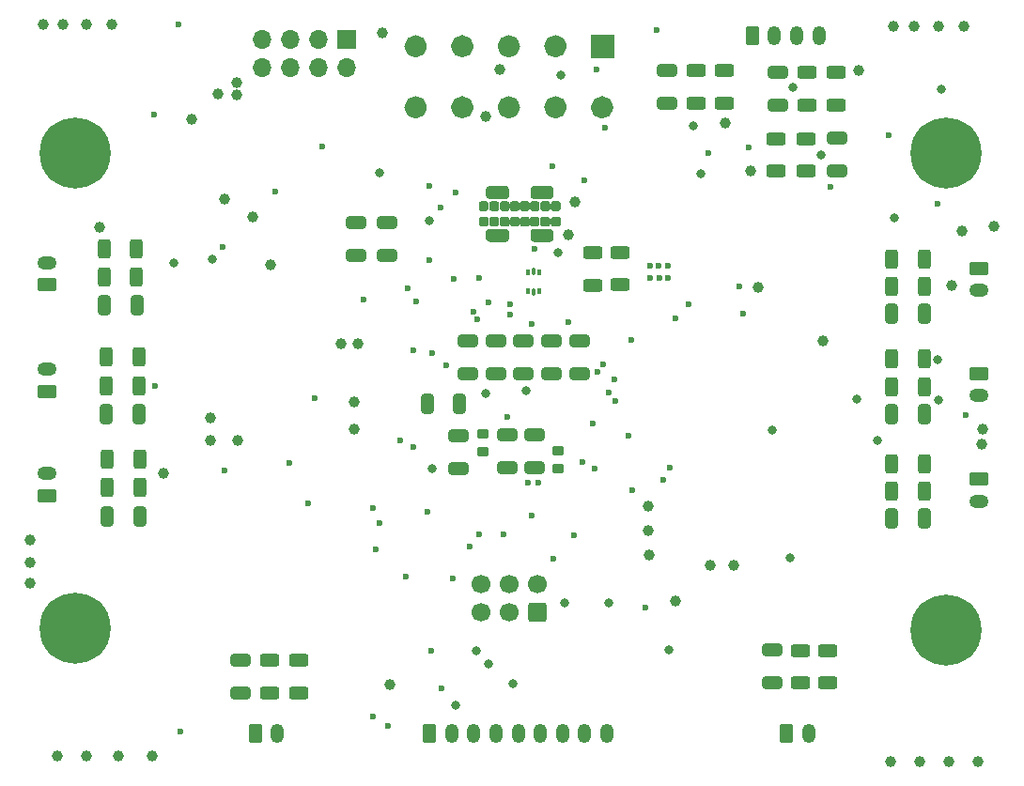
<source format=gbr>
%TF.GenerationSoftware,KiCad,Pcbnew,9.0.0*%
%TF.CreationDate,2025-03-22T00:06:51+01:00*%
%TF.ProjectId,steering_wheel_unit,73746565-7269-46e6-975f-776865656c5f,rev?*%
%TF.SameCoordinates,Original*%
%TF.FileFunction,Soldermask,Bot*%
%TF.FilePolarity,Negative*%
%FSLAX46Y46*%
G04 Gerber Fmt 4.6, Leading zero omitted, Abs format (unit mm)*
G04 Created by KiCad (PCBNEW 9.0.0) date 2025-03-22 00:06:51*
%MOMM*%
%LPD*%
G01*
G04 APERTURE LIST*
G04 Aperture macros list*
%AMRoundRect*
0 Rectangle with rounded corners*
0 $1 Rounding radius*
0 $2 $3 $4 $5 $6 $7 $8 $9 X,Y pos of 4 corners*
0 Add a 4 corners polygon primitive as box body*
4,1,4,$2,$3,$4,$5,$6,$7,$8,$9,$2,$3,0*
0 Add four circle primitives for the rounded corners*
1,1,$1+$1,$2,$3*
1,1,$1+$1,$4,$5*
1,1,$1+$1,$6,$7*
1,1,$1+$1,$8,$9*
0 Add four rect primitives between the rounded corners*
20,1,$1+$1,$2,$3,$4,$5,0*
20,1,$1+$1,$4,$5,$6,$7,0*
20,1,$1+$1,$6,$7,$8,$9,0*
20,1,$1+$1,$8,$9,$2,$3,0*%
G04 Aperture macros list end*
%ADD10C,0.010000*%
%ADD11C,1.026200*%
%ADD12R,1.700000X1.700000*%
%ADD13O,1.700000X1.700000*%
%ADD14RoundRect,0.135000X0.350000X-0.315000X0.350000X0.315000X-0.350000X0.315000X-0.350000X-0.315000X0*%
%ADD15RoundRect,0.250000X-0.650000X0.325000X-0.650000X-0.325000X0.650000X-0.325000X0.650000X0.325000X0*%
%ADD16RoundRect,0.250000X0.625000X-0.350000X0.625000X0.350000X-0.625000X0.350000X-0.625000X-0.350000X0*%
%ADD17O,1.750000X1.200000*%
%ADD18RoundRect,0.250000X-0.350000X-0.625000X0.350000X-0.625000X0.350000X0.625000X-0.350000X0.625000X0*%
%ADD19O,1.200000X1.750000*%
%ADD20RoundRect,0.250000X-0.625000X0.350000X-0.625000X-0.350000X0.625000X-0.350000X0.625000X0.350000X0*%
%ADD21C,6.400000*%
%ADD22RoundRect,0.250000X0.325000X0.650000X-0.325000X0.650000X-0.325000X-0.650000X0.325000X-0.650000X0*%
%ADD23RoundRect,0.250000X0.650000X-0.325000X0.650000X0.325000X-0.650000X0.325000X-0.650000X-0.325000X0*%
%ADD24RoundRect,0.250000X-0.312500X-0.625000X0.312500X-0.625000X0.312500X0.625000X-0.312500X0.625000X0*%
%ADD25RoundRect,0.250000X0.625000X-0.312500X0.625000X0.312500X-0.625000X0.312500X-0.625000X-0.312500X0*%
%ADD26RoundRect,0.093750X-0.093750X0.156250X-0.093750X-0.156250X0.093750X-0.156250X0.093750X0.156250X0*%
%ADD27RoundRect,0.075000X-0.075000X0.250000X-0.075000X-0.250000X0.075000X-0.250000X0.075000X0.250000X0*%
%ADD28RoundRect,0.250000X-0.325000X-0.650000X0.325000X-0.650000X0.325000X0.650000X-0.325000X0.650000X0*%
%ADD29RoundRect,0.250000X-0.625000X0.312500X-0.625000X-0.312500X0.625000X-0.312500X0.625000X0.312500X0*%
%ADD30RoundRect,0.250000X0.600000X-0.600000X0.600000X0.600000X-0.600000X0.600000X-0.600000X-0.600000X0*%
%ADD31C,1.700000*%
%ADD32RoundRect,0.250000X0.312500X0.625000X-0.312500X0.625000X-0.312500X-0.625000X0.312500X-0.625000X0*%
%ADD33C,1.000000*%
%ADD34C,0.600000*%
%ADD35C,0.800000*%
G04 APERTURE END LIST*
D10*
%TO.C,J1*%
X196088700Y-81526200D02*
X194036300Y-81526200D01*
X194036300Y-79473800D01*
X196088700Y-79473800D01*
X196088700Y-81526200D01*
G36*
X196088700Y-81526200D02*
G01*
X194036300Y-81526200D01*
X194036300Y-79473800D01*
X196088700Y-79473800D01*
X196088700Y-81526200D01*
G37*
D11*
X195575600Y-86000000D02*
G75*
G02*
X194549400Y-86000000I-513100J0D01*
G01*
X194549400Y-86000000D02*
G75*
G02*
X195575600Y-86000000I513100J0D01*
G01*
X191375600Y-86000000D02*
G75*
G02*
X190349400Y-86000000I-513100J0D01*
G01*
X190349400Y-86000000D02*
G75*
G02*
X191375600Y-86000000I513100J0D01*
G01*
X191375600Y-80500000D02*
G75*
G02*
X190349400Y-80500000I-513100J0D01*
G01*
X190349400Y-80500000D02*
G75*
G02*
X191375600Y-80500000I513100J0D01*
G01*
X187175600Y-86000000D02*
G75*
G02*
X186149400Y-86000000I-513100J0D01*
G01*
X186149400Y-86000000D02*
G75*
G02*
X187175600Y-86000000I513100J0D01*
G01*
X187175600Y-80500000D02*
G75*
G02*
X186149400Y-80500000I-513100J0D01*
G01*
X186149400Y-80500000D02*
G75*
G02*
X187175600Y-80500000I513100J0D01*
G01*
X182975600Y-86000000D02*
G75*
G02*
X181949400Y-86000000I-513100J0D01*
G01*
X181949400Y-86000000D02*
G75*
G02*
X182975600Y-86000000I513100J0D01*
G01*
X182975600Y-80500000D02*
G75*
G02*
X181949400Y-80500000I-513100J0D01*
G01*
X181949400Y-80500000D02*
G75*
G02*
X182975600Y-80500000I513100J0D01*
G01*
X178775600Y-86000000D02*
G75*
G02*
X177749400Y-86000000I-513100J0D01*
G01*
X177749400Y-86000000D02*
G75*
G02*
X178775600Y-86000000I513100J0D01*
G01*
X178775600Y-80500000D02*
G75*
G02*
X177749400Y-80500000I-513100J0D01*
G01*
X177749400Y-80500000D02*
G75*
G02*
X178775600Y-80500000I513100J0D01*
G01*
D10*
%TO.C,J2*%
X184526000Y-94471000D02*
X184539000Y-94473000D01*
X184552000Y-94475000D01*
X184565000Y-94479000D01*
X184577000Y-94482000D01*
X184590000Y-94487000D01*
X184602000Y-94492000D01*
X184613000Y-94497000D01*
X184625000Y-94503000D01*
X184636000Y-94510000D01*
X184647000Y-94518000D01*
X184657000Y-94526000D01*
X184667000Y-94534000D01*
X184677000Y-94543000D01*
X184686000Y-94553000D01*
X184694000Y-94563000D01*
X184702000Y-94573000D01*
X184710000Y-94584000D01*
X184717000Y-94595000D01*
X184723000Y-94607000D01*
X184728000Y-94618000D01*
X184733000Y-94630000D01*
X184738000Y-94643000D01*
X184741000Y-94655000D01*
X184745000Y-94668000D01*
X184747000Y-94681000D01*
X184749000Y-94694000D01*
X184750000Y-94707000D01*
X184750000Y-94720000D01*
X184750000Y-95020000D01*
X184750000Y-95033000D01*
X184749000Y-95046000D01*
X184747000Y-95059000D01*
X184745000Y-95072000D01*
X184741000Y-95085000D01*
X184738000Y-95097000D01*
X184733000Y-95110000D01*
X184728000Y-95122000D01*
X184723000Y-95133000D01*
X184717000Y-95145000D01*
X184710000Y-95156000D01*
X184702000Y-95167000D01*
X184694000Y-95177000D01*
X184686000Y-95187000D01*
X184677000Y-95197000D01*
X184667000Y-95206000D01*
X184657000Y-95214000D01*
X184647000Y-95222000D01*
X184636000Y-95230000D01*
X184625000Y-95237000D01*
X184613000Y-95243000D01*
X184602000Y-95248000D01*
X184590000Y-95253000D01*
X184577000Y-95258000D01*
X184565000Y-95261000D01*
X184552000Y-95265000D01*
X184539000Y-95267000D01*
X184526000Y-95269000D01*
X184513000Y-95270000D01*
X184500000Y-95270000D01*
X184200000Y-95270000D01*
X184187000Y-95270000D01*
X184174000Y-95269000D01*
X184161000Y-95267000D01*
X184148000Y-95265000D01*
X184135000Y-95261000D01*
X184123000Y-95258000D01*
X184110000Y-95253000D01*
X184098000Y-95248000D01*
X184087000Y-95243000D01*
X184075000Y-95237000D01*
X184064000Y-95230000D01*
X184053000Y-95222000D01*
X184043000Y-95214000D01*
X184033000Y-95206000D01*
X184023000Y-95197000D01*
X184014000Y-95187000D01*
X184006000Y-95177000D01*
X183998000Y-95167000D01*
X183990000Y-95156000D01*
X183983000Y-95145000D01*
X183977000Y-95133000D01*
X183972000Y-95122000D01*
X183967000Y-95110000D01*
X183962000Y-95097000D01*
X183959000Y-95085000D01*
X183955000Y-95072000D01*
X183953000Y-95059000D01*
X183951000Y-95046000D01*
X183950000Y-95033000D01*
X183950000Y-95020000D01*
X183950000Y-94720000D01*
X183950000Y-94707000D01*
X183951000Y-94694000D01*
X183953000Y-94681000D01*
X183955000Y-94668000D01*
X183959000Y-94655000D01*
X183962000Y-94643000D01*
X183967000Y-94630000D01*
X183972000Y-94618000D01*
X183977000Y-94607000D01*
X183983000Y-94595000D01*
X183990000Y-94584000D01*
X183998000Y-94573000D01*
X184006000Y-94563000D01*
X184014000Y-94553000D01*
X184023000Y-94543000D01*
X184033000Y-94534000D01*
X184043000Y-94526000D01*
X184053000Y-94518000D01*
X184064000Y-94510000D01*
X184075000Y-94503000D01*
X184087000Y-94497000D01*
X184098000Y-94492000D01*
X184110000Y-94487000D01*
X184123000Y-94482000D01*
X184135000Y-94479000D01*
X184148000Y-94475000D01*
X184161000Y-94473000D01*
X184174000Y-94471000D01*
X184187000Y-94470000D01*
X184200000Y-94470000D01*
X184500000Y-94470000D01*
X184513000Y-94470000D01*
X184526000Y-94471000D01*
G36*
X184526000Y-94471000D02*
G01*
X184539000Y-94473000D01*
X184552000Y-94475000D01*
X184565000Y-94479000D01*
X184577000Y-94482000D01*
X184590000Y-94487000D01*
X184602000Y-94492000D01*
X184613000Y-94497000D01*
X184625000Y-94503000D01*
X184636000Y-94510000D01*
X184647000Y-94518000D01*
X184657000Y-94526000D01*
X184667000Y-94534000D01*
X184677000Y-94543000D01*
X184686000Y-94553000D01*
X184694000Y-94563000D01*
X184702000Y-94573000D01*
X184710000Y-94584000D01*
X184717000Y-94595000D01*
X184723000Y-94607000D01*
X184728000Y-94618000D01*
X184733000Y-94630000D01*
X184738000Y-94643000D01*
X184741000Y-94655000D01*
X184745000Y-94668000D01*
X184747000Y-94681000D01*
X184749000Y-94694000D01*
X184750000Y-94707000D01*
X184750000Y-94720000D01*
X184750000Y-95020000D01*
X184750000Y-95033000D01*
X184749000Y-95046000D01*
X184747000Y-95059000D01*
X184745000Y-95072000D01*
X184741000Y-95085000D01*
X184738000Y-95097000D01*
X184733000Y-95110000D01*
X184728000Y-95122000D01*
X184723000Y-95133000D01*
X184717000Y-95145000D01*
X184710000Y-95156000D01*
X184702000Y-95167000D01*
X184694000Y-95177000D01*
X184686000Y-95187000D01*
X184677000Y-95197000D01*
X184667000Y-95206000D01*
X184657000Y-95214000D01*
X184647000Y-95222000D01*
X184636000Y-95230000D01*
X184625000Y-95237000D01*
X184613000Y-95243000D01*
X184602000Y-95248000D01*
X184590000Y-95253000D01*
X184577000Y-95258000D01*
X184565000Y-95261000D01*
X184552000Y-95265000D01*
X184539000Y-95267000D01*
X184526000Y-95269000D01*
X184513000Y-95270000D01*
X184500000Y-95270000D01*
X184200000Y-95270000D01*
X184187000Y-95270000D01*
X184174000Y-95269000D01*
X184161000Y-95267000D01*
X184148000Y-95265000D01*
X184135000Y-95261000D01*
X184123000Y-95258000D01*
X184110000Y-95253000D01*
X184098000Y-95248000D01*
X184087000Y-95243000D01*
X184075000Y-95237000D01*
X184064000Y-95230000D01*
X184053000Y-95222000D01*
X184043000Y-95214000D01*
X184033000Y-95206000D01*
X184023000Y-95197000D01*
X184014000Y-95187000D01*
X184006000Y-95177000D01*
X183998000Y-95167000D01*
X183990000Y-95156000D01*
X183983000Y-95145000D01*
X183977000Y-95133000D01*
X183972000Y-95122000D01*
X183967000Y-95110000D01*
X183962000Y-95097000D01*
X183959000Y-95085000D01*
X183955000Y-95072000D01*
X183953000Y-95059000D01*
X183951000Y-95046000D01*
X183950000Y-95033000D01*
X183950000Y-95020000D01*
X183950000Y-94720000D01*
X183950000Y-94707000D01*
X183951000Y-94694000D01*
X183953000Y-94681000D01*
X183955000Y-94668000D01*
X183959000Y-94655000D01*
X183962000Y-94643000D01*
X183967000Y-94630000D01*
X183972000Y-94618000D01*
X183977000Y-94607000D01*
X183983000Y-94595000D01*
X183990000Y-94584000D01*
X183998000Y-94573000D01*
X184006000Y-94563000D01*
X184014000Y-94553000D01*
X184023000Y-94543000D01*
X184033000Y-94534000D01*
X184043000Y-94526000D01*
X184053000Y-94518000D01*
X184064000Y-94510000D01*
X184075000Y-94503000D01*
X184087000Y-94497000D01*
X184098000Y-94492000D01*
X184110000Y-94487000D01*
X184123000Y-94482000D01*
X184135000Y-94479000D01*
X184148000Y-94475000D01*
X184161000Y-94473000D01*
X184174000Y-94471000D01*
X184187000Y-94470000D01*
X184200000Y-94470000D01*
X184500000Y-94470000D01*
X184513000Y-94470000D01*
X184526000Y-94471000D01*
G37*
X184526000Y-95871000D02*
X184539000Y-95873000D01*
X184552000Y-95875000D01*
X184565000Y-95879000D01*
X184577000Y-95882000D01*
X184590000Y-95887000D01*
X184602000Y-95892000D01*
X184613000Y-95897000D01*
X184625000Y-95903000D01*
X184636000Y-95910000D01*
X184647000Y-95918000D01*
X184657000Y-95926000D01*
X184667000Y-95934000D01*
X184677000Y-95943000D01*
X184686000Y-95953000D01*
X184694000Y-95963000D01*
X184702000Y-95973000D01*
X184710000Y-95984000D01*
X184717000Y-95995000D01*
X184723000Y-96007000D01*
X184728000Y-96018000D01*
X184733000Y-96030000D01*
X184738000Y-96043000D01*
X184741000Y-96055000D01*
X184745000Y-96068000D01*
X184747000Y-96081000D01*
X184749000Y-96094000D01*
X184750000Y-96107000D01*
X184750000Y-96120000D01*
X184750000Y-96420000D01*
X184750000Y-96433000D01*
X184749000Y-96446000D01*
X184747000Y-96459000D01*
X184745000Y-96472000D01*
X184741000Y-96485000D01*
X184738000Y-96497000D01*
X184733000Y-96510000D01*
X184728000Y-96522000D01*
X184723000Y-96533000D01*
X184717000Y-96545000D01*
X184710000Y-96556000D01*
X184702000Y-96567000D01*
X184694000Y-96577000D01*
X184686000Y-96587000D01*
X184677000Y-96597000D01*
X184667000Y-96606000D01*
X184657000Y-96614000D01*
X184647000Y-96622000D01*
X184636000Y-96630000D01*
X184625000Y-96637000D01*
X184613000Y-96643000D01*
X184602000Y-96648000D01*
X184590000Y-96653000D01*
X184577000Y-96658000D01*
X184565000Y-96661000D01*
X184552000Y-96665000D01*
X184539000Y-96667000D01*
X184526000Y-96669000D01*
X184513000Y-96670000D01*
X184500000Y-96670000D01*
X184200000Y-96670000D01*
X184187000Y-96670000D01*
X184174000Y-96669000D01*
X184161000Y-96667000D01*
X184148000Y-96665000D01*
X184135000Y-96661000D01*
X184123000Y-96658000D01*
X184110000Y-96653000D01*
X184098000Y-96648000D01*
X184087000Y-96643000D01*
X184075000Y-96637000D01*
X184064000Y-96630000D01*
X184053000Y-96622000D01*
X184043000Y-96614000D01*
X184033000Y-96606000D01*
X184023000Y-96597000D01*
X184014000Y-96587000D01*
X184006000Y-96577000D01*
X183998000Y-96567000D01*
X183990000Y-96556000D01*
X183983000Y-96545000D01*
X183977000Y-96533000D01*
X183972000Y-96522000D01*
X183967000Y-96510000D01*
X183962000Y-96497000D01*
X183959000Y-96485000D01*
X183955000Y-96472000D01*
X183953000Y-96459000D01*
X183951000Y-96446000D01*
X183950000Y-96433000D01*
X183950000Y-96420000D01*
X183950000Y-96120000D01*
X183950000Y-96107000D01*
X183951000Y-96094000D01*
X183953000Y-96081000D01*
X183955000Y-96068000D01*
X183959000Y-96055000D01*
X183962000Y-96043000D01*
X183967000Y-96030000D01*
X183972000Y-96018000D01*
X183977000Y-96007000D01*
X183983000Y-95995000D01*
X183990000Y-95984000D01*
X183998000Y-95973000D01*
X184006000Y-95963000D01*
X184014000Y-95953000D01*
X184023000Y-95943000D01*
X184033000Y-95934000D01*
X184043000Y-95926000D01*
X184053000Y-95918000D01*
X184064000Y-95910000D01*
X184075000Y-95903000D01*
X184087000Y-95897000D01*
X184098000Y-95892000D01*
X184110000Y-95887000D01*
X184123000Y-95882000D01*
X184135000Y-95879000D01*
X184148000Y-95875000D01*
X184161000Y-95873000D01*
X184174000Y-95871000D01*
X184187000Y-95870000D01*
X184200000Y-95870000D01*
X184500000Y-95870000D01*
X184513000Y-95870000D01*
X184526000Y-95871000D01*
G36*
X184526000Y-95871000D02*
G01*
X184539000Y-95873000D01*
X184552000Y-95875000D01*
X184565000Y-95879000D01*
X184577000Y-95882000D01*
X184590000Y-95887000D01*
X184602000Y-95892000D01*
X184613000Y-95897000D01*
X184625000Y-95903000D01*
X184636000Y-95910000D01*
X184647000Y-95918000D01*
X184657000Y-95926000D01*
X184667000Y-95934000D01*
X184677000Y-95943000D01*
X184686000Y-95953000D01*
X184694000Y-95963000D01*
X184702000Y-95973000D01*
X184710000Y-95984000D01*
X184717000Y-95995000D01*
X184723000Y-96007000D01*
X184728000Y-96018000D01*
X184733000Y-96030000D01*
X184738000Y-96043000D01*
X184741000Y-96055000D01*
X184745000Y-96068000D01*
X184747000Y-96081000D01*
X184749000Y-96094000D01*
X184750000Y-96107000D01*
X184750000Y-96120000D01*
X184750000Y-96420000D01*
X184750000Y-96433000D01*
X184749000Y-96446000D01*
X184747000Y-96459000D01*
X184745000Y-96472000D01*
X184741000Y-96485000D01*
X184738000Y-96497000D01*
X184733000Y-96510000D01*
X184728000Y-96522000D01*
X184723000Y-96533000D01*
X184717000Y-96545000D01*
X184710000Y-96556000D01*
X184702000Y-96567000D01*
X184694000Y-96577000D01*
X184686000Y-96587000D01*
X184677000Y-96597000D01*
X184667000Y-96606000D01*
X184657000Y-96614000D01*
X184647000Y-96622000D01*
X184636000Y-96630000D01*
X184625000Y-96637000D01*
X184613000Y-96643000D01*
X184602000Y-96648000D01*
X184590000Y-96653000D01*
X184577000Y-96658000D01*
X184565000Y-96661000D01*
X184552000Y-96665000D01*
X184539000Y-96667000D01*
X184526000Y-96669000D01*
X184513000Y-96670000D01*
X184500000Y-96670000D01*
X184200000Y-96670000D01*
X184187000Y-96670000D01*
X184174000Y-96669000D01*
X184161000Y-96667000D01*
X184148000Y-96665000D01*
X184135000Y-96661000D01*
X184123000Y-96658000D01*
X184110000Y-96653000D01*
X184098000Y-96648000D01*
X184087000Y-96643000D01*
X184075000Y-96637000D01*
X184064000Y-96630000D01*
X184053000Y-96622000D01*
X184043000Y-96614000D01*
X184033000Y-96606000D01*
X184023000Y-96597000D01*
X184014000Y-96587000D01*
X184006000Y-96577000D01*
X183998000Y-96567000D01*
X183990000Y-96556000D01*
X183983000Y-96545000D01*
X183977000Y-96533000D01*
X183972000Y-96522000D01*
X183967000Y-96510000D01*
X183962000Y-96497000D01*
X183959000Y-96485000D01*
X183955000Y-96472000D01*
X183953000Y-96459000D01*
X183951000Y-96446000D01*
X183950000Y-96433000D01*
X183950000Y-96420000D01*
X183950000Y-96120000D01*
X183950000Y-96107000D01*
X183951000Y-96094000D01*
X183953000Y-96081000D01*
X183955000Y-96068000D01*
X183959000Y-96055000D01*
X183962000Y-96043000D01*
X183967000Y-96030000D01*
X183972000Y-96018000D01*
X183977000Y-96007000D01*
X183983000Y-95995000D01*
X183990000Y-95984000D01*
X183998000Y-95973000D01*
X184006000Y-95963000D01*
X184014000Y-95953000D01*
X184023000Y-95943000D01*
X184033000Y-95934000D01*
X184043000Y-95926000D01*
X184053000Y-95918000D01*
X184064000Y-95910000D01*
X184075000Y-95903000D01*
X184087000Y-95897000D01*
X184098000Y-95892000D01*
X184110000Y-95887000D01*
X184123000Y-95882000D01*
X184135000Y-95879000D01*
X184148000Y-95875000D01*
X184161000Y-95873000D01*
X184174000Y-95871000D01*
X184187000Y-95870000D01*
X184200000Y-95870000D01*
X184500000Y-95870000D01*
X184513000Y-95870000D01*
X184526000Y-95871000D01*
G37*
X185476000Y-94471000D02*
X185489000Y-94473000D01*
X185502000Y-94475000D01*
X185515000Y-94479000D01*
X185527000Y-94482000D01*
X185540000Y-94487000D01*
X185552000Y-94492000D01*
X185563000Y-94497000D01*
X185575000Y-94503000D01*
X185586000Y-94510000D01*
X185597000Y-94518000D01*
X185607000Y-94526000D01*
X185617000Y-94534000D01*
X185627000Y-94543000D01*
X185636000Y-94553000D01*
X185644000Y-94563000D01*
X185652000Y-94573000D01*
X185660000Y-94584000D01*
X185667000Y-94595000D01*
X185673000Y-94607000D01*
X185678000Y-94618000D01*
X185683000Y-94630000D01*
X185688000Y-94643000D01*
X185691000Y-94655000D01*
X185695000Y-94668000D01*
X185697000Y-94681000D01*
X185699000Y-94694000D01*
X185700000Y-94707000D01*
X185700000Y-94720000D01*
X185700000Y-95020000D01*
X185700000Y-95033000D01*
X185699000Y-95046000D01*
X185697000Y-95059000D01*
X185695000Y-95072000D01*
X185691000Y-95085000D01*
X185688000Y-95097000D01*
X185683000Y-95110000D01*
X185678000Y-95122000D01*
X185673000Y-95133000D01*
X185667000Y-95145000D01*
X185660000Y-95156000D01*
X185652000Y-95167000D01*
X185644000Y-95177000D01*
X185636000Y-95187000D01*
X185627000Y-95197000D01*
X185617000Y-95206000D01*
X185607000Y-95214000D01*
X185597000Y-95222000D01*
X185586000Y-95230000D01*
X185575000Y-95237000D01*
X185563000Y-95243000D01*
X185552000Y-95248000D01*
X185540000Y-95253000D01*
X185527000Y-95258000D01*
X185515000Y-95261000D01*
X185502000Y-95265000D01*
X185489000Y-95267000D01*
X185476000Y-95269000D01*
X185463000Y-95270000D01*
X185450000Y-95270000D01*
X185150000Y-95270000D01*
X185137000Y-95270000D01*
X185124000Y-95269000D01*
X185111000Y-95267000D01*
X185098000Y-95265000D01*
X185085000Y-95261000D01*
X185073000Y-95258000D01*
X185060000Y-95253000D01*
X185048000Y-95248000D01*
X185037000Y-95243000D01*
X185025000Y-95237000D01*
X185014000Y-95230000D01*
X185003000Y-95222000D01*
X184993000Y-95214000D01*
X184983000Y-95206000D01*
X184973000Y-95197000D01*
X184964000Y-95187000D01*
X184956000Y-95177000D01*
X184948000Y-95167000D01*
X184940000Y-95156000D01*
X184933000Y-95145000D01*
X184927000Y-95133000D01*
X184922000Y-95122000D01*
X184917000Y-95110000D01*
X184912000Y-95097000D01*
X184909000Y-95085000D01*
X184905000Y-95072000D01*
X184903000Y-95059000D01*
X184901000Y-95046000D01*
X184900000Y-95033000D01*
X184900000Y-95020000D01*
X184900000Y-94720000D01*
X184900000Y-94707000D01*
X184901000Y-94694000D01*
X184903000Y-94681000D01*
X184905000Y-94668000D01*
X184909000Y-94655000D01*
X184912000Y-94643000D01*
X184917000Y-94630000D01*
X184922000Y-94618000D01*
X184927000Y-94607000D01*
X184933000Y-94595000D01*
X184940000Y-94584000D01*
X184948000Y-94573000D01*
X184956000Y-94563000D01*
X184964000Y-94553000D01*
X184973000Y-94543000D01*
X184983000Y-94534000D01*
X184993000Y-94526000D01*
X185003000Y-94518000D01*
X185014000Y-94510000D01*
X185025000Y-94503000D01*
X185037000Y-94497000D01*
X185048000Y-94492000D01*
X185060000Y-94487000D01*
X185073000Y-94482000D01*
X185085000Y-94479000D01*
X185098000Y-94475000D01*
X185111000Y-94473000D01*
X185124000Y-94471000D01*
X185137000Y-94470000D01*
X185150000Y-94470000D01*
X185450000Y-94470000D01*
X185463000Y-94470000D01*
X185476000Y-94471000D01*
G36*
X185476000Y-94471000D02*
G01*
X185489000Y-94473000D01*
X185502000Y-94475000D01*
X185515000Y-94479000D01*
X185527000Y-94482000D01*
X185540000Y-94487000D01*
X185552000Y-94492000D01*
X185563000Y-94497000D01*
X185575000Y-94503000D01*
X185586000Y-94510000D01*
X185597000Y-94518000D01*
X185607000Y-94526000D01*
X185617000Y-94534000D01*
X185627000Y-94543000D01*
X185636000Y-94553000D01*
X185644000Y-94563000D01*
X185652000Y-94573000D01*
X185660000Y-94584000D01*
X185667000Y-94595000D01*
X185673000Y-94607000D01*
X185678000Y-94618000D01*
X185683000Y-94630000D01*
X185688000Y-94643000D01*
X185691000Y-94655000D01*
X185695000Y-94668000D01*
X185697000Y-94681000D01*
X185699000Y-94694000D01*
X185700000Y-94707000D01*
X185700000Y-94720000D01*
X185700000Y-95020000D01*
X185700000Y-95033000D01*
X185699000Y-95046000D01*
X185697000Y-95059000D01*
X185695000Y-95072000D01*
X185691000Y-95085000D01*
X185688000Y-95097000D01*
X185683000Y-95110000D01*
X185678000Y-95122000D01*
X185673000Y-95133000D01*
X185667000Y-95145000D01*
X185660000Y-95156000D01*
X185652000Y-95167000D01*
X185644000Y-95177000D01*
X185636000Y-95187000D01*
X185627000Y-95197000D01*
X185617000Y-95206000D01*
X185607000Y-95214000D01*
X185597000Y-95222000D01*
X185586000Y-95230000D01*
X185575000Y-95237000D01*
X185563000Y-95243000D01*
X185552000Y-95248000D01*
X185540000Y-95253000D01*
X185527000Y-95258000D01*
X185515000Y-95261000D01*
X185502000Y-95265000D01*
X185489000Y-95267000D01*
X185476000Y-95269000D01*
X185463000Y-95270000D01*
X185450000Y-95270000D01*
X185150000Y-95270000D01*
X185137000Y-95270000D01*
X185124000Y-95269000D01*
X185111000Y-95267000D01*
X185098000Y-95265000D01*
X185085000Y-95261000D01*
X185073000Y-95258000D01*
X185060000Y-95253000D01*
X185048000Y-95248000D01*
X185037000Y-95243000D01*
X185025000Y-95237000D01*
X185014000Y-95230000D01*
X185003000Y-95222000D01*
X184993000Y-95214000D01*
X184983000Y-95206000D01*
X184973000Y-95197000D01*
X184964000Y-95187000D01*
X184956000Y-95177000D01*
X184948000Y-95167000D01*
X184940000Y-95156000D01*
X184933000Y-95145000D01*
X184927000Y-95133000D01*
X184922000Y-95122000D01*
X184917000Y-95110000D01*
X184912000Y-95097000D01*
X184909000Y-95085000D01*
X184905000Y-95072000D01*
X184903000Y-95059000D01*
X184901000Y-95046000D01*
X184900000Y-95033000D01*
X184900000Y-95020000D01*
X184900000Y-94720000D01*
X184900000Y-94707000D01*
X184901000Y-94694000D01*
X184903000Y-94681000D01*
X184905000Y-94668000D01*
X184909000Y-94655000D01*
X184912000Y-94643000D01*
X184917000Y-94630000D01*
X184922000Y-94618000D01*
X184927000Y-94607000D01*
X184933000Y-94595000D01*
X184940000Y-94584000D01*
X184948000Y-94573000D01*
X184956000Y-94563000D01*
X184964000Y-94553000D01*
X184973000Y-94543000D01*
X184983000Y-94534000D01*
X184993000Y-94526000D01*
X185003000Y-94518000D01*
X185014000Y-94510000D01*
X185025000Y-94503000D01*
X185037000Y-94497000D01*
X185048000Y-94492000D01*
X185060000Y-94487000D01*
X185073000Y-94482000D01*
X185085000Y-94479000D01*
X185098000Y-94475000D01*
X185111000Y-94473000D01*
X185124000Y-94471000D01*
X185137000Y-94470000D01*
X185150000Y-94470000D01*
X185450000Y-94470000D01*
X185463000Y-94470000D01*
X185476000Y-94471000D01*
G37*
X185476000Y-95871000D02*
X185489000Y-95873000D01*
X185502000Y-95875000D01*
X185515000Y-95879000D01*
X185527000Y-95882000D01*
X185540000Y-95887000D01*
X185552000Y-95892000D01*
X185563000Y-95897000D01*
X185575000Y-95903000D01*
X185586000Y-95910000D01*
X185597000Y-95918000D01*
X185607000Y-95926000D01*
X185617000Y-95934000D01*
X185627000Y-95943000D01*
X185636000Y-95953000D01*
X185644000Y-95963000D01*
X185652000Y-95973000D01*
X185660000Y-95984000D01*
X185667000Y-95995000D01*
X185673000Y-96007000D01*
X185678000Y-96018000D01*
X185683000Y-96030000D01*
X185688000Y-96043000D01*
X185691000Y-96055000D01*
X185695000Y-96068000D01*
X185697000Y-96081000D01*
X185699000Y-96094000D01*
X185700000Y-96107000D01*
X185700000Y-96120000D01*
X185700000Y-96420000D01*
X185700000Y-96433000D01*
X185699000Y-96446000D01*
X185697000Y-96459000D01*
X185695000Y-96472000D01*
X185691000Y-96485000D01*
X185688000Y-96497000D01*
X185683000Y-96510000D01*
X185678000Y-96522000D01*
X185673000Y-96533000D01*
X185667000Y-96545000D01*
X185660000Y-96556000D01*
X185652000Y-96567000D01*
X185644000Y-96577000D01*
X185636000Y-96587000D01*
X185627000Y-96597000D01*
X185617000Y-96606000D01*
X185607000Y-96614000D01*
X185597000Y-96622000D01*
X185586000Y-96630000D01*
X185575000Y-96637000D01*
X185563000Y-96643000D01*
X185552000Y-96648000D01*
X185540000Y-96653000D01*
X185527000Y-96658000D01*
X185515000Y-96661000D01*
X185502000Y-96665000D01*
X185489000Y-96667000D01*
X185476000Y-96669000D01*
X185463000Y-96670000D01*
X185450000Y-96670000D01*
X185150000Y-96670000D01*
X185137000Y-96670000D01*
X185124000Y-96669000D01*
X185111000Y-96667000D01*
X185098000Y-96665000D01*
X185085000Y-96661000D01*
X185073000Y-96658000D01*
X185060000Y-96653000D01*
X185048000Y-96648000D01*
X185037000Y-96643000D01*
X185025000Y-96637000D01*
X185014000Y-96630000D01*
X185003000Y-96622000D01*
X184993000Y-96614000D01*
X184983000Y-96606000D01*
X184973000Y-96597000D01*
X184964000Y-96587000D01*
X184956000Y-96577000D01*
X184948000Y-96567000D01*
X184940000Y-96556000D01*
X184933000Y-96545000D01*
X184927000Y-96533000D01*
X184922000Y-96522000D01*
X184917000Y-96510000D01*
X184912000Y-96497000D01*
X184909000Y-96485000D01*
X184905000Y-96472000D01*
X184903000Y-96459000D01*
X184901000Y-96446000D01*
X184900000Y-96433000D01*
X184900000Y-96420000D01*
X184900000Y-96120000D01*
X184900000Y-96107000D01*
X184901000Y-96094000D01*
X184903000Y-96081000D01*
X184905000Y-96068000D01*
X184909000Y-96055000D01*
X184912000Y-96043000D01*
X184917000Y-96030000D01*
X184922000Y-96018000D01*
X184927000Y-96007000D01*
X184933000Y-95995000D01*
X184940000Y-95984000D01*
X184948000Y-95973000D01*
X184956000Y-95963000D01*
X184964000Y-95953000D01*
X184973000Y-95943000D01*
X184983000Y-95934000D01*
X184993000Y-95926000D01*
X185003000Y-95918000D01*
X185014000Y-95910000D01*
X185025000Y-95903000D01*
X185037000Y-95897000D01*
X185048000Y-95892000D01*
X185060000Y-95887000D01*
X185073000Y-95882000D01*
X185085000Y-95879000D01*
X185098000Y-95875000D01*
X185111000Y-95873000D01*
X185124000Y-95871000D01*
X185137000Y-95870000D01*
X185150000Y-95870000D01*
X185450000Y-95870000D01*
X185463000Y-95870000D01*
X185476000Y-95871000D01*
G36*
X185476000Y-95871000D02*
G01*
X185489000Y-95873000D01*
X185502000Y-95875000D01*
X185515000Y-95879000D01*
X185527000Y-95882000D01*
X185540000Y-95887000D01*
X185552000Y-95892000D01*
X185563000Y-95897000D01*
X185575000Y-95903000D01*
X185586000Y-95910000D01*
X185597000Y-95918000D01*
X185607000Y-95926000D01*
X185617000Y-95934000D01*
X185627000Y-95943000D01*
X185636000Y-95953000D01*
X185644000Y-95963000D01*
X185652000Y-95973000D01*
X185660000Y-95984000D01*
X185667000Y-95995000D01*
X185673000Y-96007000D01*
X185678000Y-96018000D01*
X185683000Y-96030000D01*
X185688000Y-96043000D01*
X185691000Y-96055000D01*
X185695000Y-96068000D01*
X185697000Y-96081000D01*
X185699000Y-96094000D01*
X185700000Y-96107000D01*
X185700000Y-96120000D01*
X185700000Y-96420000D01*
X185700000Y-96433000D01*
X185699000Y-96446000D01*
X185697000Y-96459000D01*
X185695000Y-96472000D01*
X185691000Y-96485000D01*
X185688000Y-96497000D01*
X185683000Y-96510000D01*
X185678000Y-96522000D01*
X185673000Y-96533000D01*
X185667000Y-96545000D01*
X185660000Y-96556000D01*
X185652000Y-96567000D01*
X185644000Y-96577000D01*
X185636000Y-96587000D01*
X185627000Y-96597000D01*
X185617000Y-96606000D01*
X185607000Y-96614000D01*
X185597000Y-96622000D01*
X185586000Y-96630000D01*
X185575000Y-96637000D01*
X185563000Y-96643000D01*
X185552000Y-96648000D01*
X185540000Y-96653000D01*
X185527000Y-96658000D01*
X185515000Y-96661000D01*
X185502000Y-96665000D01*
X185489000Y-96667000D01*
X185476000Y-96669000D01*
X185463000Y-96670000D01*
X185450000Y-96670000D01*
X185150000Y-96670000D01*
X185137000Y-96670000D01*
X185124000Y-96669000D01*
X185111000Y-96667000D01*
X185098000Y-96665000D01*
X185085000Y-96661000D01*
X185073000Y-96658000D01*
X185060000Y-96653000D01*
X185048000Y-96648000D01*
X185037000Y-96643000D01*
X185025000Y-96637000D01*
X185014000Y-96630000D01*
X185003000Y-96622000D01*
X184993000Y-96614000D01*
X184983000Y-96606000D01*
X184973000Y-96597000D01*
X184964000Y-96587000D01*
X184956000Y-96577000D01*
X184948000Y-96567000D01*
X184940000Y-96556000D01*
X184933000Y-96545000D01*
X184927000Y-96533000D01*
X184922000Y-96522000D01*
X184917000Y-96510000D01*
X184912000Y-96497000D01*
X184909000Y-96485000D01*
X184905000Y-96472000D01*
X184903000Y-96459000D01*
X184901000Y-96446000D01*
X184900000Y-96433000D01*
X184900000Y-96420000D01*
X184900000Y-96120000D01*
X184900000Y-96107000D01*
X184901000Y-96094000D01*
X184903000Y-96081000D01*
X184905000Y-96068000D01*
X184909000Y-96055000D01*
X184912000Y-96043000D01*
X184917000Y-96030000D01*
X184922000Y-96018000D01*
X184927000Y-96007000D01*
X184933000Y-95995000D01*
X184940000Y-95984000D01*
X184948000Y-95973000D01*
X184956000Y-95963000D01*
X184964000Y-95953000D01*
X184973000Y-95943000D01*
X184983000Y-95934000D01*
X184993000Y-95926000D01*
X185003000Y-95918000D01*
X185014000Y-95910000D01*
X185025000Y-95903000D01*
X185037000Y-95897000D01*
X185048000Y-95892000D01*
X185060000Y-95887000D01*
X185073000Y-95882000D01*
X185085000Y-95879000D01*
X185098000Y-95875000D01*
X185111000Y-95873000D01*
X185124000Y-95871000D01*
X185137000Y-95870000D01*
X185150000Y-95870000D01*
X185450000Y-95870000D01*
X185463000Y-95870000D01*
X185476000Y-95871000D01*
G37*
X186287000Y-93092000D02*
X186305000Y-93094000D01*
X186323000Y-93098000D01*
X186341000Y-93102000D01*
X186358000Y-93107000D01*
X186375000Y-93113000D01*
X186392000Y-93120000D01*
X186409000Y-93128000D01*
X186425000Y-93137000D01*
X186441000Y-93146000D01*
X186456000Y-93157000D01*
X186470000Y-93168000D01*
X186484000Y-93180000D01*
X186497000Y-93193000D01*
X186510000Y-93206000D01*
X186522000Y-93220000D01*
X186533000Y-93234000D01*
X186544000Y-93249000D01*
X186553000Y-93265000D01*
X186562000Y-93281000D01*
X186570000Y-93298000D01*
X186577000Y-93315000D01*
X186583000Y-93332000D01*
X186588000Y-93349000D01*
X186592000Y-93367000D01*
X186596000Y-93385000D01*
X186598000Y-93403000D01*
X186600000Y-93422000D01*
X186600000Y-93440000D01*
X186600000Y-93840000D01*
X186600000Y-93858000D01*
X186598000Y-93877000D01*
X186596000Y-93895000D01*
X186592000Y-93913000D01*
X186588000Y-93931000D01*
X186583000Y-93948000D01*
X186577000Y-93965000D01*
X186570000Y-93982000D01*
X186562000Y-93999000D01*
X186553000Y-94015000D01*
X186544000Y-94031000D01*
X186533000Y-94046000D01*
X186522000Y-94060000D01*
X186510000Y-94074000D01*
X186497000Y-94087000D01*
X186484000Y-94100000D01*
X186470000Y-94112000D01*
X186456000Y-94123000D01*
X186441000Y-94134000D01*
X186425000Y-94143000D01*
X186409000Y-94152000D01*
X186392000Y-94160000D01*
X186375000Y-94167000D01*
X186358000Y-94173000D01*
X186341000Y-94178000D01*
X186323000Y-94182000D01*
X186305000Y-94186000D01*
X186287000Y-94188000D01*
X186268000Y-94190000D01*
X186250000Y-94190000D01*
X184950000Y-94190000D01*
X184932000Y-94190000D01*
X184913000Y-94188000D01*
X184895000Y-94186000D01*
X184877000Y-94182000D01*
X184859000Y-94178000D01*
X184842000Y-94173000D01*
X184825000Y-94167000D01*
X184808000Y-94160000D01*
X184791000Y-94152000D01*
X184775000Y-94143000D01*
X184759000Y-94134000D01*
X184744000Y-94123000D01*
X184730000Y-94112000D01*
X184716000Y-94100000D01*
X184703000Y-94087000D01*
X184690000Y-94074000D01*
X184678000Y-94060000D01*
X184667000Y-94046000D01*
X184656000Y-94031000D01*
X184647000Y-94015000D01*
X184638000Y-93999000D01*
X184630000Y-93982000D01*
X184623000Y-93965000D01*
X184617000Y-93948000D01*
X184612000Y-93931000D01*
X184608000Y-93913000D01*
X184604000Y-93895000D01*
X184602000Y-93877000D01*
X184600000Y-93858000D01*
X184600000Y-93840000D01*
X184600000Y-93440000D01*
X184600000Y-93422000D01*
X184602000Y-93403000D01*
X184604000Y-93385000D01*
X184608000Y-93367000D01*
X184612000Y-93349000D01*
X184617000Y-93332000D01*
X184623000Y-93315000D01*
X184630000Y-93298000D01*
X184638000Y-93281000D01*
X184647000Y-93265000D01*
X184656000Y-93249000D01*
X184667000Y-93234000D01*
X184678000Y-93220000D01*
X184690000Y-93206000D01*
X184703000Y-93193000D01*
X184716000Y-93180000D01*
X184730000Y-93168000D01*
X184744000Y-93157000D01*
X184759000Y-93146000D01*
X184775000Y-93137000D01*
X184791000Y-93128000D01*
X184808000Y-93120000D01*
X184825000Y-93113000D01*
X184842000Y-93107000D01*
X184859000Y-93102000D01*
X184877000Y-93098000D01*
X184895000Y-93094000D01*
X184913000Y-93092000D01*
X184932000Y-93090000D01*
X184950000Y-93090000D01*
X186250000Y-93090000D01*
X186268000Y-93090000D01*
X186287000Y-93092000D01*
G36*
X186287000Y-93092000D02*
G01*
X186305000Y-93094000D01*
X186323000Y-93098000D01*
X186341000Y-93102000D01*
X186358000Y-93107000D01*
X186375000Y-93113000D01*
X186392000Y-93120000D01*
X186409000Y-93128000D01*
X186425000Y-93137000D01*
X186441000Y-93146000D01*
X186456000Y-93157000D01*
X186470000Y-93168000D01*
X186484000Y-93180000D01*
X186497000Y-93193000D01*
X186510000Y-93206000D01*
X186522000Y-93220000D01*
X186533000Y-93234000D01*
X186544000Y-93249000D01*
X186553000Y-93265000D01*
X186562000Y-93281000D01*
X186570000Y-93298000D01*
X186577000Y-93315000D01*
X186583000Y-93332000D01*
X186588000Y-93349000D01*
X186592000Y-93367000D01*
X186596000Y-93385000D01*
X186598000Y-93403000D01*
X186600000Y-93422000D01*
X186600000Y-93440000D01*
X186600000Y-93840000D01*
X186600000Y-93858000D01*
X186598000Y-93877000D01*
X186596000Y-93895000D01*
X186592000Y-93913000D01*
X186588000Y-93931000D01*
X186583000Y-93948000D01*
X186577000Y-93965000D01*
X186570000Y-93982000D01*
X186562000Y-93999000D01*
X186553000Y-94015000D01*
X186544000Y-94031000D01*
X186533000Y-94046000D01*
X186522000Y-94060000D01*
X186510000Y-94074000D01*
X186497000Y-94087000D01*
X186484000Y-94100000D01*
X186470000Y-94112000D01*
X186456000Y-94123000D01*
X186441000Y-94134000D01*
X186425000Y-94143000D01*
X186409000Y-94152000D01*
X186392000Y-94160000D01*
X186375000Y-94167000D01*
X186358000Y-94173000D01*
X186341000Y-94178000D01*
X186323000Y-94182000D01*
X186305000Y-94186000D01*
X186287000Y-94188000D01*
X186268000Y-94190000D01*
X186250000Y-94190000D01*
X184950000Y-94190000D01*
X184932000Y-94190000D01*
X184913000Y-94188000D01*
X184895000Y-94186000D01*
X184877000Y-94182000D01*
X184859000Y-94178000D01*
X184842000Y-94173000D01*
X184825000Y-94167000D01*
X184808000Y-94160000D01*
X184791000Y-94152000D01*
X184775000Y-94143000D01*
X184759000Y-94134000D01*
X184744000Y-94123000D01*
X184730000Y-94112000D01*
X184716000Y-94100000D01*
X184703000Y-94087000D01*
X184690000Y-94074000D01*
X184678000Y-94060000D01*
X184667000Y-94046000D01*
X184656000Y-94031000D01*
X184647000Y-94015000D01*
X184638000Y-93999000D01*
X184630000Y-93982000D01*
X184623000Y-93965000D01*
X184617000Y-93948000D01*
X184612000Y-93931000D01*
X184608000Y-93913000D01*
X184604000Y-93895000D01*
X184602000Y-93877000D01*
X184600000Y-93858000D01*
X184600000Y-93840000D01*
X184600000Y-93440000D01*
X184600000Y-93422000D01*
X184602000Y-93403000D01*
X184604000Y-93385000D01*
X184608000Y-93367000D01*
X184612000Y-93349000D01*
X184617000Y-93332000D01*
X184623000Y-93315000D01*
X184630000Y-93298000D01*
X184638000Y-93281000D01*
X184647000Y-93265000D01*
X184656000Y-93249000D01*
X184667000Y-93234000D01*
X184678000Y-93220000D01*
X184690000Y-93206000D01*
X184703000Y-93193000D01*
X184716000Y-93180000D01*
X184730000Y-93168000D01*
X184744000Y-93157000D01*
X184759000Y-93146000D01*
X184775000Y-93137000D01*
X184791000Y-93128000D01*
X184808000Y-93120000D01*
X184825000Y-93113000D01*
X184842000Y-93107000D01*
X184859000Y-93102000D01*
X184877000Y-93098000D01*
X184895000Y-93094000D01*
X184913000Y-93092000D01*
X184932000Y-93090000D01*
X184950000Y-93090000D01*
X186250000Y-93090000D01*
X186268000Y-93090000D01*
X186287000Y-93092000D01*
G37*
X186287000Y-96952000D02*
X186305000Y-96954000D01*
X186323000Y-96958000D01*
X186341000Y-96962000D01*
X186358000Y-96967000D01*
X186375000Y-96973000D01*
X186392000Y-96980000D01*
X186409000Y-96988000D01*
X186425000Y-96997000D01*
X186441000Y-97006000D01*
X186456000Y-97017000D01*
X186470000Y-97028000D01*
X186484000Y-97040000D01*
X186497000Y-97053000D01*
X186510000Y-97066000D01*
X186522000Y-97080000D01*
X186533000Y-97094000D01*
X186544000Y-97109000D01*
X186553000Y-97125000D01*
X186562000Y-97141000D01*
X186570000Y-97158000D01*
X186577000Y-97175000D01*
X186583000Y-97192000D01*
X186588000Y-97209000D01*
X186592000Y-97227000D01*
X186596000Y-97245000D01*
X186598000Y-97263000D01*
X186600000Y-97282000D01*
X186600000Y-97300000D01*
X186600000Y-97700000D01*
X186600000Y-97718000D01*
X186598000Y-97737000D01*
X186596000Y-97755000D01*
X186592000Y-97773000D01*
X186588000Y-97791000D01*
X186583000Y-97808000D01*
X186577000Y-97825000D01*
X186570000Y-97842000D01*
X186562000Y-97859000D01*
X186553000Y-97875000D01*
X186544000Y-97891000D01*
X186533000Y-97906000D01*
X186522000Y-97920000D01*
X186510000Y-97934000D01*
X186497000Y-97947000D01*
X186484000Y-97960000D01*
X186470000Y-97972000D01*
X186456000Y-97983000D01*
X186441000Y-97994000D01*
X186425000Y-98003000D01*
X186409000Y-98012000D01*
X186392000Y-98020000D01*
X186375000Y-98027000D01*
X186358000Y-98033000D01*
X186341000Y-98038000D01*
X186323000Y-98042000D01*
X186305000Y-98046000D01*
X186287000Y-98048000D01*
X186268000Y-98050000D01*
X186250000Y-98050000D01*
X184950000Y-98050000D01*
X184932000Y-98050000D01*
X184913000Y-98048000D01*
X184895000Y-98046000D01*
X184877000Y-98042000D01*
X184859000Y-98038000D01*
X184842000Y-98033000D01*
X184825000Y-98027000D01*
X184808000Y-98020000D01*
X184791000Y-98012000D01*
X184775000Y-98003000D01*
X184759000Y-97994000D01*
X184744000Y-97983000D01*
X184730000Y-97972000D01*
X184716000Y-97960000D01*
X184703000Y-97947000D01*
X184690000Y-97934000D01*
X184678000Y-97920000D01*
X184667000Y-97906000D01*
X184656000Y-97891000D01*
X184647000Y-97875000D01*
X184638000Y-97859000D01*
X184630000Y-97842000D01*
X184623000Y-97825000D01*
X184617000Y-97808000D01*
X184612000Y-97791000D01*
X184608000Y-97773000D01*
X184604000Y-97755000D01*
X184602000Y-97737000D01*
X184600000Y-97718000D01*
X184600000Y-97700000D01*
X184600000Y-97300000D01*
X184600000Y-97282000D01*
X184602000Y-97263000D01*
X184604000Y-97245000D01*
X184608000Y-97227000D01*
X184612000Y-97209000D01*
X184617000Y-97192000D01*
X184623000Y-97175000D01*
X184630000Y-97158000D01*
X184638000Y-97141000D01*
X184647000Y-97125000D01*
X184656000Y-97109000D01*
X184667000Y-97094000D01*
X184678000Y-97080000D01*
X184690000Y-97066000D01*
X184703000Y-97053000D01*
X184716000Y-97040000D01*
X184730000Y-97028000D01*
X184744000Y-97017000D01*
X184759000Y-97006000D01*
X184775000Y-96997000D01*
X184791000Y-96988000D01*
X184808000Y-96980000D01*
X184825000Y-96973000D01*
X184842000Y-96967000D01*
X184859000Y-96962000D01*
X184877000Y-96958000D01*
X184895000Y-96954000D01*
X184913000Y-96952000D01*
X184932000Y-96950000D01*
X184950000Y-96950000D01*
X186250000Y-96950000D01*
X186268000Y-96950000D01*
X186287000Y-96952000D01*
G36*
X186287000Y-96952000D02*
G01*
X186305000Y-96954000D01*
X186323000Y-96958000D01*
X186341000Y-96962000D01*
X186358000Y-96967000D01*
X186375000Y-96973000D01*
X186392000Y-96980000D01*
X186409000Y-96988000D01*
X186425000Y-96997000D01*
X186441000Y-97006000D01*
X186456000Y-97017000D01*
X186470000Y-97028000D01*
X186484000Y-97040000D01*
X186497000Y-97053000D01*
X186510000Y-97066000D01*
X186522000Y-97080000D01*
X186533000Y-97094000D01*
X186544000Y-97109000D01*
X186553000Y-97125000D01*
X186562000Y-97141000D01*
X186570000Y-97158000D01*
X186577000Y-97175000D01*
X186583000Y-97192000D01*
X186588000Y-97209000D01*
X186592000Y-97227000D01*
X186596000Y-97245000D01*
X186598000Y-97263000D01*
X186600000Y-97282000D01*
X186600000Y-97300000D01*
X186600000Y-97700000D01*
X186600000Y-97718000D01*
X186598000Y-97737000D01*
X186596000Y-97755000D01*
X186592000Y-97773000D01*
X186588000Y-97791000D01*
X186583000Y-97808000D01*
X186577000Y-97825000D01*
X186570000Y-97842000D01*
X186562000Y-97859000D01*
X186553000Y-97875000D01*
X186544000Y-97891000D01*
X186533000Y-97906000D01*
X186522000Y-97920000D01*
X186510000Y-97934000D01*
X186497000Y-97947000D01*
X186484000Y-97960000D01*
X186470000Y-97972000D01*
X186456000Y-97983000D01*
X186441000Y-97994000D01*
X186425000Y-98003000D01*
X186409000Y-98012000D01*
X186392000Y-98020000D01*
X186375000Y-98027000D01*
X186358000Y-98033000D01*
X186341000Y-98038000D01*
X186323000Y-98042000D01*
X186305000Y-98046000D01*
X186287000Y-98048000D01*
X186268000Y-98050000D01*
X186250000Y-98050000D01*
X184950000Y-98050000D01*
X184932000Y-98050000D01*
X184913000Y-98048000D01*
X184895000Y-98046000D01*
X184877000Y-98042000D01*
X184859000Y-98038000D01*
X184842000Y-98033000D01*
X184825000Y-98027000D01*
X184808000Y-98020000D01*
X184791000Y-98012000D01*
X184775000Y-98003000D01*
X184759000Y-97994000D01*
X184744000Y-97983000D01*
X184730000Y-97972000D01*
X184716000Y-97960000D01*
X184703000Y-97947000D01*
X184690000Y-97934000D01*
X184678000Y-97920000D01*
X184667000Y-97906000D01*
X184656000Y-97891000D01*
X184647000Y-97875000D01*
X184638000Y-97859000D01*
X184630000Y-97842000D01*
X184623000Y-97825000D01*
X184617000Y-97808000D01*
X184612000Y-97791000D01*
X184608000Y-97773000D01*
X184604000Y-97755000D01*
X184602000Y-97737000D01*
X184600000Y-97718000D01*
X184600000Y-97700000D01*
X184600000Y-97300000D01*
X184600000Y-97282000D01*
X184602000Y-97263000D01*
X184604000Y-97245000D01*
X184608000Y-97227000D01*
X184612000Y-97209000D01*
X184617000Y-97192000D01*
X184623000Y-97175000D01*
X184630000Y-97158000D01*
X184638000Y-97141000D01*
X184647000Y-97125000D01*
X184656000Y-97109000D01*
X184667000Y-97094000D01*
X184678000Y-97080000D01*
X184690000Y-97066000D01*
X184703000Y-97053000D01*
X184716000Y-97040000D01*
X184730000Y-97028000D01*
X184744000Y-97017000D01*
X184759000Y-97006000D01*
X184775000Y-96997000D01*
X184791000Y-96988000D01*
X184808000Y-96980000D01*
X184825000Y-96973000D01*
X184842000Y-96967000D01*
X184859000Y-96962000D01*
X184877000Y-96958000D01*
X184895000Y-96954000D01*
X184913000Y-96952000D01*
X184932000Y-96950000D01*
X184950000Y-96950000D01*
X186250000Y-96950000D01*
X186268000Y-96950000D01*
X186287000Y-96952000D01*
G37*
X186426000Y-94471000D02*
X186439000Y-94473000D01*
X186452000Y-94475000D01*
X186465000Y-94479000D01*
X186477000Y-94482000D01*
X186490000Y-94487000D01*
X186502000Y-94492000D01*
X186513000Y-94497000D01*
X186525000Y-94503000D01*
X186536000Y-94510000D01*
X186547000Y-94518000D01*
X186557000Y-94526000D01*
X186567000Y-94534000D01*
X186577000Y-94543000D01*
X186586000Y-94553000D01*
X186594000Y-94563000D01*
X186602000Y-94573000D01*
X186610000Y-94584000D01*
X186617000Y-94595000D01*
X186623000Y-94607000D01*
X186628000Y-94618000D01*
X186633000Y-94630000D01*
X186638000Y-94643000D01*
X186641000Y-94655000D01*
X186645000Y-94668000D01*
X186647000Y-94681000D01*
X186649000Y-94694000D01*
X186650000Y-94707000D01*
X186650000Y-94720000D01*
X186650000Y-95020000D01*
X186650000Y-95033000D01*
X186649000Y-95046000D01*
X186647000Y-95059000D01*
X186645000Y-95072000D01*
X186641000Y-95085000D01*
X186638000Y-95097000D01*
X186633000Y-95110000D01*
X186628000Y-95122000D01*
X186623000Y-95133000D01*
X186617000Y-95145000D01*
X186610000Y-95156000D01*
X186602000Y-95167000D01*
X186594000Y-95177000D01*
X186586000Y-95187000D01*
X186577000Y-95197000D01*
X186567000Y-95206000D01*
X186557000Y-95214000D01*
X186547000Y-95222000D01*
X186536000Y-95230000D01*
X186525000Y-95237000D01*
X186513000Y-95243000D01*
X186502000Y-95248000D01*
X186490000Y-95253000D01*
X186477000Y-95258000D01*
X186465000Y-95261000D01*
X186452000Y-95265000D01*
X186439000Y-95267000D01*
X186426000Y-95269000D01*
X186413000Y-95270000D01*
X186400000Y-95270000D01*
X186100000Y-95270000D01*
X186087000Y-95270000D01*
X186074000Y-95269000D01*
X186061000Y-95267000D01*
X186048000Y-95265000D01*
X186035000Y-95261000D01*
X186023000Y-95258000D01*
X186010000Y-95253000D01*
X185998000Y-95248000D01*
X185987000Y-95243000D01*
X185975000Y-95237000D01*
X185964000Y-95230000D01*
X185953000Y-95222000D01*
X185943000Y-95214000D01*
X185933000Y-95206000D01*
X185923000Y-95197000D01*
X185914000Y-95187000D01*
X185906000Y-95177000D01*
X185898000Y-95167000D01*
X185890000Y-95156000D01*
X185883000Y-95145000D01*
X185877000Y-95133000D01*
X185872000Y-95122000D01*
X185867000Y-95110000D01*
X185862000Y-95097000D01*
X185859000Y-95085000D01*
X185855000Y-95072000D01*
X185853000Y-95059000D01*
X185851000Y-95046000D01*
X185850000Y-95033000D01*
X185850000Y-95020000D01*
X185850000Y-94720000D01*
X185850000Y-94707000D01*
X185851000Y-94694000D01*
X185853000Y-94681000D01*
X185855000Y-94668000D01*
X185859000Y-94655000D01*
X185862000Y-94643000D01*
X185867000Y-94630000D01*
X185872000Y-94618000D01*
X185877000Y-94607000D01*
X185883000Y-94595000D01*
X185890000Y-94584000D01*
X185898000Y-94573000D01*
X185906000Y-94563000D01*
X185914000Y-94553000D01*
X185923000Y-94543000D01*
X185933000Y-94534000D01*
X185943000Y-94526000D01*
X185953000Y-94518000D01*
X185964000Y-94510000D01*
X185975000Y-94503000D01*
X185987000Y-94497000D01*
X185998000Y-94492000D01*
X186010000Y-94487000D01*
X186023000Y-94482000D01*
X186035000Y-94479000D01*
X186048000Y-94475000D01*
X186061000Y-94473000D01*
X186074000Y-94471000D01*
X186087000Y-94470000D01*
X186100000Y-94470000D01*
X186400000Y-94470000D01*
X186413000Y-94470000D01*
X186426000Y-94471000D01*
G36*
X186426000Y-94471000D02*
G01*
X186439000Y-94473000D01*
X186452000Y-94475000D01*
X186465000Y-94479000D01*
X186477000Y-94482000D01*
X186490000Y-94487000D01*
X186502000Y-94492000D01*
X186513000Y-94497000D01*
X186525000Y-94503000D01*
X186536000Y-94510000D01*
X186547000Y-94518000D01*
X186557000Y-94526000D01*
X186567000Y-94534000D01*
X186577000Y-94543000D01*
X186586000Y-94553000D01*
X186594000Y-94563000D01*
X186602000Y-94573000D01*
X186610000Y-94584000D01*
X186617000Y-94595000D01*
X186623000Y-94607000D01*
X186628000Y-94618000D01*
X186633000Y-94630000D01*
X186638000Y-94643000D01*
X186641000Y-94655000D01*
X186645000Y-94668000D01*
X186647000Y-94681000D01*
X186649000Y-94694000D01*
X186650000Y-94707000D01*
X186650000Y-94720000D01*
X186650000Y-95020000D01*
X186650000Y-95033000D01*
X186649000Y-95046000D01*
X186647000Y-95059000D01*
X186645000Y-95072000D01*
X186641000Y-95085000D01*
X186638000Y-95097000D01*
X186633000Y-95110000D01*
X186628000Y-95122000D01*
X186623000Y-95133000D01*
X186617000Y-95145000D01*
X186610000Y-95156000D01*
X186602000Y-95167000D01*
X186594000Y-95177000D01*
X186586000Y-95187000D01*
X186577000Y-95197000D01*
X186567000Y-95206000D01*
X186557000Y-95214000D01*
X186547000Y-95222000D01*
X186536000Y-95230000D01*
X186525000Y-95237000D01*
X186513000Y-95243000D01*
X186502000Y-95248000D01*
X186490000Y-95253000D01*
X186477000Y-95258000D01*
X186465000Y-95261000D01*
X186452000Y-95265000D01*
X186439000Y-95267000D01*
X186426000Y-95269000D01*
X186413000Y-95270000D01*
X186400000Y-95270000D01*
X186100000Y-95270000D01*
X186087000Y-95270000D01*
X186074000Y-95269000D01*
X186061000Y-95267000D01*
X186048000Y-95265000D01*
X186035000Y-95261000D01*
X186023000Y-95258000D01*
X186010000Y-95253000D01*
X185998000Y-95248000D01*
X185987000Y-95243000D01*
X185975000Y-95237000D01*
X185964000Y-95230000D01*
X185953000Y-95222000D01*
X185943000Y-95214000D01*
X185933000Y-95206000D01*
X185923000Y-95197000D01*
X185914000Y-95187000D01*
X185906000Y-95177000D01*
X185898000Y-95167000D01*
X185890000Y-95156000D01*
X185883000Y-95145000D01*
X185877000Y-95133000D01*
X185872000Y-95122000D01*
X185867000Y-95110000D01*
X185862000Y-95097000D01*
X185859000Y-95085000D01*
X185855000Y-95072000D01*
X185853000Y-95059000D01*
X185851000Y-95046000D01*
X185850000Y-95033000D01*
X185850000Y-95020000D01*
X185850000Y-94720000D01*
X185850000Y-94707000D01*
X185851000Y-94694000D01*
X185853000Y-94681000D01*
X185855000Y-94668000D01*
X185859000Y-94655000D01*
X185862000Y-94643000D01*
X185867000Y-94630000D01*
X185872000Y-94618000D01*
X185877000Y-94607000D01*
X185883000Y-94595000D01*
X185890000Y-94584000D01*
X185898000Y-94573000D01*
X185906000Y-94563000D01*
X185914000Y-94553000D01*
X185923000Y-94543000D01*
X185933000Y-94534000D01*
X185943000Y-94526000D01*
X185953000Y-94518000D01*
X185964000Y-94510000D01*
X185975000Y-94503000D01*
X185987000Y-94497000D01*
X185998000Y-94492000D01*
X186010000Y-94487000D01*
X186023000Y-94482000D01*
X186035000Y-94479000D01*
X186048000Y-94475000D01*
X186061000Y-94473000D01*
X186074000Y-94471000D01*
X186087000Y-94470000D01*
X186100000Y-94470000D01*
X186400000Y-94470000D01*
X186413000Y-94470000D01*
X186426000Y-94471000D01*
G37*
X186426000Y-95871000D02*
X186439000Y-95873000D01*
X186452000Y-95875000D01*
X186465000Y-95879000D01*
X186477000Y-95882000D01*
X186490000Y-95887000D01*
X186502000Y-95892000D01*
X186513000Y-95897000D01*
X186525000Y-95903000D01*
X186536000Y-95910000D01*
X186547000Y-95918000D01*
X186557000Y-95926000D01*
X186567000Y-95934000D01*
X186577000Y-95943000D01*
X186586000Y-95953000D01*
X186594000Y-95963000D01*
X186602000Y-95973000D01*
X186610000Y-95984000D01*
X186617000Y-95995000D01*
X186623000Y-96007000D01*
X186628000Y-96018000D01*
X186633000Y-96030000D01*
X186638000Y-96043000D01*
X186641000Y-96055000D01*
X186645000Y-96068000D01*
X186647000Y-96081000D01*
X186649000Y-96094000D01*
X186650000Y-96107000D01*
X186650000Y-96120000D01*
X186650000Y-96420000D01*
X186650000Y-96433000D01*
X186649000Y-96446000D01*
X186647000Y-96459000D01*
X186645000Y-96472000D01*
X186641000Y-96485000D01*
X186638000Y-96497000D01*
X186633000Y-96510000D01*
X186628000Y-96522000D01*
X186623000Y-96533000D01*
X186617000Y-96545000D01*
X186610000Y-96556000D01*
X186602000Y-96567000D01*
X186594000Y-96577000D01*
X186586000Y-96587000D01*
X186577000Y-96597000D01*
X186567000Y-96606000D01*
X186557000Y-96614000D01*
X186547000Y-96622000D01*
X186536000Y-96630000D01*
X186525000Y-96637000D01*
X186513000Y-96643000D01*
X186502000Y-96648000D01*
X186490000Y-96653000D01*
X186477000Y-96658000D01*
X186465000Y-96661000D01*
X186452000Y-96665000D01*
X186439000Y-96667000D01*
X186426000Y-96669000D01*
X186413000Y-96670000D01*
X186400000Y-96670000D01*
X186100000Y-96670000D01*
X186087000Y-96670000D01*
X186074000Y-96669000D01*
X186061000Y-96667000D01*
X186048000Y-96665000D01*
X186035000Y-96661000D01*
X186023000Y-96658000D01*
X186010000Y-96653000D01*
X185998000Y-96648000D01*
X185987000Y-96643000D01*
X185975000Y-96637000D01*
X185964000Y-96630000D01*
X185953000Y-96622000D01*
X185943000Y-96614000D01*
X185933000Y-96606000D01*
X185923000Y-96597000D01*
X185914000Y-96587000D01*
X185906000Y-96577000D01*
X185898000Y-96567000D01*
X185890000Y-96556000D01*
X185883000Y-96545000D01*
X185877000Y-96533000D01*
X185872000Y-96522000D01*
X185867000Y-96510000D01*
X185862000Y-96497000D01*
X185859000Y-96485000D01*
X185855000Y-96472000D01*
X185853000Y-96459000D01*
X185851000Y-96446000D01*
X185850000Y-96433000D01*
X185850000Y-96420000D01*
X185850000Y-96120000D01*
X185850000Y-96107000D01*
X185851000Y-96094000D01*
X185853000Y-96081000D01*
X185855000Y-96068000D01*
X185859000Y-96055000D01*
X185862000Y-96043000D01*
X185867000Y-96030000D01*
X185872000Y-96018000D01*
X185877000Y-96007000D01*
X185883000Y-95995000D01*
X185890000Y-95984000D01*
X185898000Y-95973000D01*
X185906000Y-95963000D01*
X185914000Y-95953000D01*
X185923000Y-95943000D01*
X185933000Y-95934000D01*
X185943000Y-95926000D01*
X185953000Y-95918000D01*
X185964000Y-95910000D01*
X185975000Y-95903000D01*
X185987000Y-95897000D01*
X185998000Y-95892000D01*
X186010000Y-95887000D01*
X186023000Y-95882000D01*
X186035000Y-95879000D01*
X186048000Y-95875000D01*
X186061000Y-95873000D01*
X186074000Y-95871000D01*
X186087000Y-95870000D01*
X186100000Y-95870000D01*
X186400000Y-95870000D01*
X186413000Y-95870000D01*
X186426000Y-95871000D01*
G36*
X186426000Y-95871000D02*
G01*
X186439000Y-95873000D01*
X186452000Y-95875000D01*
X186465000Y-95879000D01*
X186477000Y-95882000D01*
X186490000Y-95887000D01*
X186502000Y-95892000D01*
X186513000Y-95897000D01*
X186525000Y-95903000D01*
X186536000Y-95910000D01*
X186547000Y-95918000D01*
X186557000Y-95926000D01*
X186567000Y-95934000D01*
X186577000Y-95943000D01*
X186586000Y-95953000D01*
X186594000Y-95963000D01*
X186602000Y-95973000D01*
X186610000Y-95984000D01*
X186617000Y-95995000D01*
X186623000Y-96007000D01*
X186628000Y-96018000D01*
X186633000Y-96030000D01*
X186638000Y-96043000D01*
X186641000Y-96055000D01*
X186645000Y-96068000D01*
X186647000Y-96081000D01*
X186649000Y-96094000D01*
X186650000Y-96107000D01*
X186650000Y-96120000D01*
X186650000Y-96420000D01*
X186650000Y-96433000D01*
X186649000Y-96446000D01*
X186647000Y-96459000D01*
X186645000Y-96472000D01*
X186641000Y-96485000D01*
X186638000Y-96497000D01*
X186633000Y-96510000D01*
X186628000Y-96522000D01*
X186623000Y-96533000D01*
X186617000Y-96545000D01*
X186610000Y-96556000D01*
X186602000Y-96567000D01*
X186594000Y-96577000D01*
X186586000Y-96587000D01*
X186577000Y-96597000D01*
X186567000Y-96606000D01*
X186557000Y-96614000D01*
X186547000Y-96622000D01*
X186536000Y-96630000D01*
X186525000Y-96637000D01*
X186513000Y-96643000D01*
X186502000Y-96648000D01*
X186490000Y-96653000D01*
X186477000Y-96658000D01*
X186465000Y-96661000D01*
X186452000Y-96665000D01*
X186439000Y-96667000D01*
X186426000Y-96669000D01*
X186413000Y-96670000D01*
X186400000Y-96670000D01*
X186100000Y-96670000D01*
X186087000Y-96670000D01*
X186074000Y-96669000D01*
X186061000Y-96667000D01*
X186048000Y-96665000D01*
X186035000Y-96661000D01*
X186023000Y-96658000D01*
X186010000Y-96653000D01*
X185998000Y-96648000D01*
X185987000Y-96643000D01*
X185975000Y-96637000D01*
X185964000Y-96630000D01*
X185953000Y-96622000D01*
X185943000Y-96614000D01*
X185933000Y-96606000D01*
X185923000Y-96597000D01*
X185914000Y-96587000D01*
X185906000Y-96577000D01*
X185898000Y-96567000D01*
X185890000Y-96556000D01*
X185883000Y-96545000D01*
X185877000Y-96533000D01*
X185872000Y-96522000D01*
X185867000Y-96510000D01*
X185862000Y-96497000D01*
X185859000Y-96485000D01*
X185855000Y-96472000D01*
X185853000Y-96459000D01*
X185851000Y-96446000D01*
X185850000Y-96433000D01*
X185850000Y-96420000D01*
X185850000Y-96120000D01*
X185850000Y-96107000D01*
X185851000Y-96094000D01*
X185853000Y-96081000D01*
X185855000Y-96068000D01*
X185859000Y-96055000D01*
X185862000Y-96043000D01*
X185867000Y-96030000D01*
X185872000Y-96018000D01*
X185877000Y-96007000D01*
X185883000Y-95995000D01*
X185890000Y-95984000D01*
X185898000Y-95973000D01*
X185906000Y-95963000D01*
X185914000Y-95953000D01*
X185923000Y-95943000D01*
X185933000Y-95934000D01*
X185943000Y-95926000D01*
X185953000Y-95918000D01*
X185964000Y-95910000D01*
X185975000Y-95903000D01*
X185987000Y-95897000D01*
X185998000Y-95892000D01*
X186010000Y-95887000D01*
X186023000Y-95882000D01*
X186035000Y-95879000D01*
X186048000Y-95875000D01*
X186061000Y-95873000D01*
X186074000Y-95871000D01*
X186087000Y-95870000D01*
X186100000Y-95870000D01*
X186400000Y-95870000D01*
X186413000Y-95870000D01*
X186426000Y-95871000D01*
G37*
X187326000Y-94471000D02*
X187339000Y-94473000D01*
X187352000Y-94475000D01*
X187365000Y-94479000D01*
X187377000Y-94482000D01*
X187390000Y-94487000D01*
X187402000Y-94492000D01*
X187413000Y-94497000D01*
X187425000Y-94503000D01*
X187436000Y-94510000D01*
X187447000Y-94518000D01*
X187457000Y-94526000D01*
X187467000Y-94534000D01*
X187477000Y-94543000D01*
X187486000Y-94553000D01*
X187494000Y-94563000D01*
X187502000Y-94573000D01*
X187510000Y-94584000D01*
X187517000Y-94595000D01*
X187523000Y-94607000D01*
X187528000Y-94618000D01*
X187533000Y-94630000D01*
X187538000Y-94643000D01*
X187541000Y-94655000D01*
X187545000Y-94668000D01*
X187547000Y-94681000D01*
X187549000Y-94694000D01*
X187550000Y-94707000D01*
X187550000Y-94720000D01*
X187550000Y-95020000D01*
X187550000Y-95033000D01*
X187549000Y-95046000D01*
X187547000Y-95059000D01*
X187545000Y-95072000D01*
X187541000Y-95085000D01*
X187538000Y-95097000D01*
X187533000Y-95110000D01*
X187528000Y-95122000D01*
X187523000Y-95133000D01*
X187517000Y-95145000D01*
X187510000Y-95156000D01*
X187502000Y-95167000D01*
X187494000Y-95177000D01*
X187486000Y-95187000D01*
X187477000Y-95197000D01*
X187467000Y-95206000D01*
X187457000Y-95214000D01*
X187447000Y-95222000D01*
X187436000Y-95230000D01*
X187425000Y-95237000D01*
X187413000Y-95243000D01*
X187402000Y-95248000D01*
X187390000Y-95253000D01*
X187377000Y-95258000D01*
X187365000Y-95261000D01*
X187352000Y-95265000D01*
X187339000Y-95267000D01*
X187326000Y-95269000D01*
X187313000Y-95270000D01*
X187300000Y-95270000D01*
X187000000Y-95270000D01*
X186987000Y-95270000D01*
X186974000Y-95269000D01*
X186961000Y-95267000D01*
X186948000Y-95265000D01*
X186935000Y-95261000D01*
X186923000Y-95258000D01*
X186910000Y-95253000D01*
X186898000Y-95248000D01*
X186887000Y-95243000D01*
X186875000Y-95237000D01*
X186864000Y-95230000D01*
X186853000Y-95222000D01*
X186843000Y-95214000D01*
X186833000Y-95206000D01*
X186823000Y-95197000D01*
X186814000Y-95187000D01*
X186806000Y-95177000D01*
X186798000Y-95167000D01*
X186790000Y-95156000D01*
X186783000Y-95145000D01*
X186777000Y-95133000D01*
X186772000Y-95122000D01*
X186767000Y-95110000D01*
X186762000Y-95097000D01*
X186759000Y-95085000D01*
X186755000Y-95072000D01*
X186753000Y-95059000D01*
X186751000Y-95046000D01*
X186750000Y-95033000D01*
X186750000Y-95020000D01*
X186750000Y-94720000D01*
X186750000Y-94707000D01*
X186751000Y-94694000D01*
X186753000Y-94681000D01*
X186755000Y-94668000D01*
X186759000Y-94655000D01*
X186762000Y-94643000D01*
X186767000Y-94630000D01*
X186772000Y-94618000D01*
X186777000Y-94607000D01*
X186783000Y-94595000D01*
X186790000Y-94584000D01*
X186798000Y-94573000D01*
X186806000Y-94563000D01*
X186814000Y-94553000D01*
X186823000Y-94543000D01*
X186833000Y-94534000D01*
X186843000Y-94526000D01*
X186853000Y-94518000D01*
X186864000Y-94510000D01*
X186875000Y-94503000D01*
X186887000Y-94497000D01*
X186898000Y-94492000D01*
X186910000Y-94487000D01*
X186923000Y-94482000D01*
X186935000Y-94479000D01*
X186948000Y-94475000D01*
X186961000Y-94473000D01*
X186974000Y-94471000D01*
X186987000Y-94470000D01*
X187000000Y-94470000D01*
X187300000Y-94470000D01*
X187313000Y-94470000D01*
X187326000Y-94471000D01*
G36*
X187326000Y-94471000D02*
G01*
X187339000Y-94473000D01*
X187352000Y-94475000D01*
X187365000Y-94479000D01*
X187377000Y-94482000D01*
X187390000Y-94487000D01*
X187402000Y-94492000D01*
X187413000Y-94497000D01*
X187425000Y-94503000D01*
X187436000Y-94510000D01*
X187447000Y-94518000D01*
X187457000Y-94526000D01*
X187467000Y-94534000D01*
X187477000Y-94543000D01*
X187486000Y-94553000D01*
X187494000Y-94563000D01*
X187502000Y-94573000D01*
X187510000Y-94584000D01*
X187517000Y-94595000D01*
X187523000Y-94607000D01*
X187528000Y-94618000D01*
X187533000Y-94630000D01*
X187538000Y-94643000D01*
X187541000Y-94655000D01*
X187545000Y-94668000D01*
X187547000Y-94681000D01*
X187549000Y-94694000D01*
X187550000Y-94707000D01*
X187550000Y-94720000D01*
X187550000Y-95020000D01*
X187550000Y-95033000D01*
X187549000Y-95046000D01*
X187547000Y-95059000D01*
X187545000Y-95072000D01*
X187541000Y-95085000D01*
X187538000Y-95097000D01*
X187533000Y-95110000D01*
X187528000Y-95122000D01*
X187523000Y-95133000D01*
X187517000Y-95145000D01*
X187510000Y-95156000D01*
X187502000Y-95167000D01*
X187494000Y-95177000D01*
X187486000Y-95187000D01*
X187477000Y-95197000D01*
X187467000Y-95206000D01*
X187457000Y-95214000D01*
X187447000Y-95222000D01*
X187436000Y-95230000D01*
X187425000Y-95237000D01*
X187413000Y-95243000D01*
X187402000Y-95248000D01*
X187390000Y-95253000D01*
X187377000Y-95258000D01*
X187365000Y-95261000D01*
X187352000Y-95265000D01*
X187339000Y-95267000D01*
X187326000Y-95269000D01*
X187313000Y-95270000D01*
X187300000Y-95270000D01*
X187000000Y-95270000D01*
X186987000Y-95270000D01*
X186974000Y-95269000D01*
X186961000Y-95267000D01*
X186948000Y-95265000D01*
X186935000Y-95261000D01*
X186923000Y-95258000D01*
X186910000Y-95253000D01*
X186898000Y-95248000D01*
X186887000Y-95243000D01*
X186875000Y-95237000D01*
X186864000Y-95230000D01*
X186853000Y-95222000D01*
X186843000Y-95214000D01*
X186833000Y-95206000D01*
X186823000Y-95197000D01*
X186814000Y-95187000D01*
X186806000Y-95177000D01*
X186798000Y-95167000D01*
X186790000Y-95156000D01*
X186783000Y-95145000D01*
X186777000Y-95133000D01*
X186772000Y-95122000D01*
X186767000Y-95110000D01*
X186762000Y-95097000D01*
X186759000Y-95085000D01*
X186755000Y-95072000D01*
X186753000Y-95059000D01*
X186751000Y-95046000D01*
X186750000Y-95033000D01*
X186750000Y-95020000D01*
X186750000Y-94720000D01*
X186750000Y-94707000D01*
X186751000Y-94694000D01*
X186753000Y-94681000D01*
X186755000Y-94668000D01*
X186759000Y-94655000D01*
X186762000Y-94643000D01*
X186767000Y-94630000D01*
X186772000Y-94618000D01*
X186777000Y-94607000D01*
X186783000Y-94595000D01*
X186790000Y-94584000D01*
X186798000Y-94573000D01*
X186806000Y-94563000D01*
X186814000Y-94553000D01*
X186823000Y-94543000D01*
X186833000Y-94534000D01*
X186843000Y-94526000D01*
X186853000Y-94518000D01*
X186864000Y-94510000D01*
X186875000Y-94503000D01*
X186887000Y-94497000D01*
X186898000Y-94492000D01*
X186910000Y-94487000D01*
X186923000Y-94482000D01*
X186935000Y-94479000D01*
X186948000Y-94475000D01*
X186961000Y-94473000D01*
X186974000Y-94471000D01*
X186987000Y-94470000D01*
X187000000Y-94470000D01*
X187300000Y-94470000D01*
X187313000Y-94470000D01*
X187326000Y-94471000D01*
G37*
X187326000Y-95871000D02*
X187339000Y-95873000D01*
X187352000Y-95875000D01*
X187365000Y-95879000D01*
X187377000Y-95882000D01*
X187390000Y-95887000D01*
X187402000Y-95892000D01*
X187413000Y-95897000D01*
X187425000Y-95903000D01*
X187436000Y-95910000D01*
X187447000Y-95918000D01*
X187457000Y-95926000D01*
X187467000Y-95934000D01*
X187477000Y-95943000D01*
X187486000Y-95953000D01*
X187494000Y-95963000D01*
X187502000Y-95973000D01*
X187510000Y-95984000D01*
X187517000Y-95995000D01*
X187523000Y-96007000D01*
X187528000Y-96018000D01*
X187533000Y-96030000D01*
X187538000Y-96043000D01*
X187541000Y-96055000D01*
X187545000Y-96068000D01*
X187547000Y-96081000D01*
X187549000Y-96094000D01*
X187550000Y-96107000D01*
X187550000Y-96120000D01*
X187550000Y-96420000D01*
X187550000Y-96433000D01*
X187549000Y-96446000D01*
X187547000Y-96459000D01*
X187545000Y-96472000D01*
X187541000Y-96485000D01*
X187538000Y-96497000D01*
X187533000Y-96510000D01*
X187528000Y-96522000D01*
X187523000Y-96533000D01*
X187517000Y-96545000D01*
X187510000Y-96556000D01*
X187502000Y-96567000D01*
X187494000Y-96577000D01*
X187486000Y-96587000D01*
X187477000Y-96597000D01*
X187467000Y-96606000D01*
X187457000Y-96614000D01*
X187447000Y-96622000D01*
X187436000Y-96630000D01*
X187425000Y-96637000D01*
X187413000Y-96643000D01*
X187402000Y-96648000D01*
X187390000Y-96653000D01*
X187377000Y-96658000D01*
X187365000Y-96661000D01*
X187352000Y-96665000D01*
X187339000Y-96667000D01*
X187326000Y-96669000D01*
X187313000Y-96670000D01*
X187300000Y-96670000D01*
X187000000Y-96670000D01*
X186987000Y-96670000D01*
X186974000Y-96669000D01*
X186961000Y-96667000D01*
X186948000Y-96665000D01*
X186935000Y-96661000D01*
X186923000Y-96658000D01*
X186910000Y-96653000D01*
X186898000Y-96648000D01*
X186887000Y-96643000D01*
X186875000Y-96637000D01*
X186864000Y-96630000D01*
X186853000Y-96622000D01*
X186843000Y-96614000D01*
X186833000Y-96606000D01*
X186823000Y-96597000D01*
X186814000Y-96587000D01*
X186806000Y-96577000D01*
X186798000Y-96567000D01*
X186790000Y-96556000D01*
X186783000Y-96545000D01*
X186777000Y-96533000D01*
X186772000Y-96522000D01*
X186767000Y-96510000D01*
X186762000Y-96497000D01*
X186759000Y-96485000D01*
X186755000Y-96472000D01*
X186753000Y-96459000D01*
X186751000Y-96446000D01*
X186750000Y-96433000D01*
X186750000Y-96420000D01*
X186750000Y-96120000D01*
X186750000Y-96107000D01*
X186751000Y-96094000D01*
X186753000Y-96081000D01*
X186755000Y-96068000D01*
X186759000Y-96055000D01*
X186762000Y-96043000D01*
X186767000Y-96030000D01*
X186772000Y-96018000D01*
X186777000Y-96007000D01*
X186783000Y-95995000D01*
X186790000Y-95984000D01*
X186798000Y-95973000D01*
X186806000Y-95963000D01*
X186814000Y-95953000D01*
X186823000Y-95943000D01*
X186833000Y-95934000D01*
X186843000Y-95926000D01*
X186853000Y-95918000D01*
X186864000Y-95910000D01*
X186875000Y-95903000D01*
X186887000Y-95897000D01*
X186898000Y-95892000D01*
X186910000Y-95887000D01*
X186923000Y-95882000D01*
X186935000Y-95879000D01*
X186948000Y-95875000D01*
X186961000Y-95873000D01*
X186974000Y-95871000D01*
X186987000Y-95870000D01*
X187000000Y-95870000D01*
X187300000Y-95870000D01*
X187313000Y-95870000D01*
X187326000Y-95871000D01*
G36*
X187326000Y-95871000D02*
G01*
X187339000Y-95873000D01*
X187352000Y-95875000D01*
X187365000Y-95879000D01*
X187377000Y-95882000D01*
X187390000Y-95887000D01*
X187402000Y-95892000D01*
X187413000Y-95897000D01*
X187425000Y-95903000D01*
X187436000Y-95910000D01*
X187447000Y-95918000D01*
X187457000Y-95926000D01*
X187467000Y-95934000D01*
X187477000Y-95943000D01*
X187486000Y-95953000D01*
X187494000Y-95963000D01*
X187502000Y-95973000D01*
X187510000Y-95984000D01*
X187517000Y-95995000D01*
X187523000Y-96007000D01*
X187528000Y-96018000D01*
X187533000Y-96030000D01*
X187538000Y-96043000D01*
X187541000Y-96055000D01*
X187545000Y-96068000D01*
X187547000Y-96081000D01*
X187549000Y-96094000D01*
X187550000Y-96107000D01*
X187550000Y-96120000D01*
X187550000Y-96420000D01*
X187550000Y-96433000D01*
X187549000Y-96446000D01*
X187547000Y-96459000D01*
X187545000Y-96472000D01*
X187541000Y-96485000D01*
X187538000Y-96497000D01*
X187533000Y-96510000D01*
X187528000Y-96522000D01*
X187523000Y-96533000D01*
X187517000Y-96545000D01*
X187510000Y-96556000D01*
X187502000Y-96567000D01*
X187494000Y-96577000D01*
X187486000Y-96587000D01*
X187477000Y-96597000D01*
X187467000Y-96606000D01*
X187457000Y-96614000D01*
X187447000Y-96622000D01*
X187436000Y-96630000D01*
X187425000Y-96637000D01*
X187413000Y-96643000D01*
X187402000Y-96648000D01*
X187390000Y-96653000D01*
X187377000Y-96658000D01*
X187365000Y-96661000D01*
X187352000Y-96665000D01*
X187339000Y-96667000D01*
X187326000Y-96669000D01*
X187313000Y-96670000D01*
X187300000Y-96670000D01*
X187000000Y-96670000D01*
X186987000Y-96670000D01*
X186974000Y-96669000D01*
X186961000Y-96667000D01*
X186948000Y-96665000D01*
X186935000Y-96661000D01*
X186923000Y-96658000D01*
X186910000Y-96653000D01*
X186898000Y-96648000D01*
X186887000Y-96643000D01*
X186875000Y-96637000D01*
X186864000Y-96630000D01*
X186853000Y-96622000D01*
X186843000Y-96614000D01*
X186833000Y-96606000D01*
X186823000Y-96597000D01*
X186814000Y-96587000D01*
X186806000Y-96577000D01*
X186798000Y-96567000D01*
X186790000Y-96556000D01*
X186783000Y-96545000D01*
X186777000Y-96533000D01*
X186772000Y-96522000D01*
X186767000Y-96510000D01*
X186762000Y-96497000D01*
X186759000Y-96485000D01*
X186755000Y-96472000D01*
X186753000Y-96459000D01*
X186751000Y-96446000D01*
X186750000Y-96433000D01*
X186750000Y-96420000D01*
X186750000Y-96120000D01*
X186750000Y-96107000D01*
X186751000Y-96094000D01*
X186753000Y-96081000D01*
X186755000Y-96068000D01*
X186759000Y-96055000D01*
X186762000Y-96043000D01*
X186767000Y-96030000D01*
X186772000Y-96018000D01*
X186777000Y-96007000D01*
X186783000Y-95995000D01*
X186790000Y-95984000D01*
X186798000Y-95973000D01*
X186806000Y-95963000D01*
X186814000Y-95953000D01*
X186823000Y-95943000D01*
X186833000Y-95934000D01*
X186843000Y-95926000D01*
X186853000Y-95918000D01*
X186864000Y-95910000D01*
X186875000Y-95903000D01*
X186887000Y-95897000D01*
X186898000Y-95892000D01*
X186910000Y-95887000D01*
X186923000Y-95882000D01*
X186935000Y-95879000D01*
X186948000Y-95875000D01*
X186961000Y-95873000D01*
X186974000Y-95871000D01*
X186987000Y-95870000D01*
X187000000Y-95870000D01*
X187300000Y-95870000D01*
X187313000Y-95870000D01*
X187326000Y-95871000D01*
G37*
X188226000Y-94471000D02*
X188239000Y-94473000D01*
X188252000Y-94475000D01*
X188265000Y-94479000D01*
X188277000Y-94482000D01*
X188290000Y-94487000D01*
X188302000Y-94492000D01*
X188313000Y-94497000D01*
X188325000Y-94503000D01*
X188336000Y-94510000D01*
X188347000Y-94518000D01*
X188357000Y-94526000D01*
X188367000Y-94534000D01*
X188377000Y-94543000D01*
X188386000Y-94553000D01*
X188394000Y-94563000D01*
X188402000Y-94573000D01*
X188410000Y-94584000D01*
X188417000Y-94595000D01*
X188423000Y-94607000D01*
X188428000Y-94618000D01*
X188433000Y-94630000D01*
X188438000Y-94643000D01*
X188441000Y-94655000D01*
X188445000Y-94668000D01*
X188447000Y-94681000D01*
X188449000Y-94694000D01*
X188450000Y-94707000D01*
X188450000Y-94720000D01*
X188450000Y-95020000D01*
X188450000Y-95033000D01*
X188449000Y-95046000D01*
X188447000Y-95059000D01*
X188445000Y-95072000D01*
X188441000Y-95085000D01*
X188438000Y-95097000D01*
X188433000Y-95110000D01*
X188428000Y-95122000D01*
X188423000Y-95133000D01*
X188417000Y-95145000D01*
X188410000Y-95156000D01*
X188402000Y-95167000D01*
X188394000Y-95177000D01*
X188386000Y-95187000D01*
X188377000Y-95197000D01*
X188367000Y-95206000D01*
X188357000Y-95214000D01*
X188347000Y-95222000D01*
X188336000Y-95230000D01*
X188325000Y-95237000D01*
X188313000Y-95243000D01*
X188302000Y-95248000D01*
X188290000Y-95253000D01*
X188277000Y-95258000D01*
X188265000Y-95261000D01*
X188252000Y-95265000D01*
X188239000Y-95267000D01*
X188226000Y-95269000D01*
X188213000Y-95270000D01*
X188200000Y-95270000D01*
X187900000Y-95270000D01*
X187887000Y-95270000D01*
X187874000Y-95269000D01*
X187861000Y-95267000D01*
X187848000Y-95265000D01*
X187835000Y-95261000D01*
X187823000Y-95258000D01*
X187810000Y-95253000D01*
X187798000Y-95248000D01*
X187787000Y-95243000D01*
X187775000Y-95237000D01*
X187764000Y-95230000D01*
X187753000Y-95222000D01*
X187743000Y-95214000D01*
X187733000Y-95206000D01*
X187723000Y-95197000D01*
X187714000Y-95187000D01*
X187706000Y-95177000D01*
X187698000Y-95167000D01*
X187690000Y-95156000D01*
X187683000Y-95145000D01*
X187677000Y-95133000D01*
X187672000Y-95122000D01*
X187667000Y-95110000D01*
X187662000Y-95097000D01*
X187659000Y-95085000D01*
X187655000Y-95072000D01*
X187653000Y-95059000D01*
X187651000Y-95046000D01*
X187650000Y-95033000D01*
X187650000Y-95020000D01*
X187650000Y-94720000D01*
X187650000Y-94707000D01*
X187651000Y-94694000D01*
X187653000Y-94681000D01*
X187655000Y-94668000D01*
X187659000Y-94655000D01*
X187662000Y-94643000D01*
X187667000Y-94630000D01*
X187672000Y-94618000D01*
X187677000Y-94607000D01*
X187683000Y-94595000D01*
X187690000Y-94584000D01*
X187698000Y-94573000D01*
X187706000Y-94563000D01*
X187714000Y-94553000D01*
X187723000Y-94543000D01*
X187733000Y-94534000D01*
X187743000Y-94526000D01*
X187753000Y-94518000D01*
X187764000Y-94510000D01*
X187775000Y-94503000D01*
X187787000Y-94497000D01*
X187798000Y-94492000D01*
X187810000Y-94487000D01*
X187823000Y-94482000D01*
X187835000Y-94479000D01*
X187848000Y-94475000D01*
X187861000Y-94473000D01*
X187874000Y-94471000D01*
X187887000Y-94470000D01*
X187900000Y-94470000D01*
X188200000Y-94470000D01*
X188213000Y-94470000D01*
X188226000Y-94471000D01*
G36*
X188226000Y-94471000D02*
G01*
X188239000Y-94473000D01*
X188252000Y-94475000D01*
X188265000Y-94479000D01*
X188277000Y-94482000D01*
X188290000Y-94487000D01*
X188302000Y-94492000D01*
X188313000Y-94497000D01*
X188325000Y-94503000D01*
X188336000Y-94510000D01*
X188347000Y-94518000D01*
X188357000Y-94526000D01*
X188367000Y-94534000D01*
X188377000Y-94543000D01*
X188386000Y-94553000D01*
X188394000Y-94563000D01*
X188402000Y-94573000D01*
X188410000Y-94584000D01*
X188417000Y-94595000D01*
X188423000Y-94607000D01*
X188428000Y-94618000D01*
X188433000Y-94630000D01*
X188438000Y-94643000D01*
X188441000Y-94655000D01*
X188445000Y-94668000D01*
X188447000Y-94681000D01*
X188449000Y-94694000D01*
X188450000Y-94707000D01*
X188450000Y-94720000D01*
X188450000Y-95020000D01*
X188450000Y-95033000D01*
X188449000Y-95046000D01*
X188447000Y-95059000D01*
X188445000Y-95072000D01*
X188441000Y-95085000D01*
X188438000Y-95097000D01*
X188433000Y-95110000D01*
X188428000Y-95122000D01*
X188423000Y-95133000D01*
X188417000Y-95145000D01*
X188410000Y-95156000D01*
X188402000Y-95167000D01*
X188394000Y-95177000D01*
X188386000Y-95187000D01*
X188377000Y-95197000D01*
X188367000Y-95206000D01*
X188357000Y-95214000D01*
X188347000Y-95222000D01*
X188336000Y-95230000D01*
X188325000Y-95237000D01*
X188313000Y-95243000D01*
X188302000Y-95248000D01*
X188290000Y-95253000D01*
X188277000Y-95258000D01*
X188265000Y-95261000D01*
X188252000Y-95265000D01*
X188239000Y-95267000D01*
X188226000Y-95269000D01*
X188213000Y-95270000D01*
X188200000Y-95270000D01*
X187900000Y-95270000D01*
X187887000Y-95270000D01*
X187874000Y-95269000D01*
X187861000Y-95267000D01*
X187848000Y-95265000D01*
X187835000Y-95261000D01*
X187823000Y-95258000D01*
X187810000Y-95253000D01*
X187798000Y-95248000D01*
X187787000Y-95243000D01*
X187775000Y-95237000D01*
X187764000Y-95230000D01*
X187753000Y-95222000D01*
X187743000Y-95214000D01*
X187733000Y-95206000D01*
X187723000Y-95197000D01*
X187714000Y-95187000D01*
X187706000Y-95177000D01*
X187698000Y-95167000D01*
X187690000Y-95156000D01*
X187683000Y-95145000D01*
X187677000Y-95133000D01*
X187672000Y-95122000D01*
X187667000Y-95110000D01*
X187662000Y-95097000D01*
X187659000Y-95085000D01*
X187655000Y-95072000D01*
X187653000Y-95059000D01*
X187651000Y-95046000D01*
X187650000Y-95033000D01*
X187650000Y-95020000D01*
X187650000Y-94720000D01*
X187650000Y-94707000D01*
X187651000Y-94694000D01*
X187653000Y-94681000D01*
X187655000Y-94668000D01*
X187659000Y-94655000D01*
X187662000Y-94643000D01*
X187667000Y-94630000D01*
X187672000Y-94618000D01*
X187677000Y-94607000D01*
X187683000Y-94595000D01*
X187690000Y-94584000D01*
X187698000Y-94573000D01*
X187706000Y-94563000D01*
X187714000Y-94553000D01*
X187723000Y-94543000D01*
X187733000Y-94534000D01*
X187743000Y-94526000D01*
X187753000Y-94518000D01*
X187764000Y-94510000D01*
X187775000Y-94503000D01*
X187787000Y-94497000D01*
X187798000Y-94492000D01*
X187810000Y-94487000D01*
X187823000Y-94482000D01*
X187835000Y-94479000D01*
X187848000Y-94475000D01*
X187861000Y-94473000D01*
X187874000Y-94471000D01*
X187887000Y-94470000D01*
X187900000Y-94470000D01*
X188200000Y-94470000D01*
X188213000Y-94470000D01*
X188226000Y-94471000D01*
G37*
X188226000Y-95871000D02*
X188239000Y-95873000D01*
X188252000Y-95875000D01*
X188265000Y-95879000D01*
X188277000Y-95882000D01*
X188290000Y-95887000D01*
X188302000Y-95892000D01*
X188313000Y-95897000D01*
X188325000Y-95903000D01*
X188336000Y-95910000D01*
X188347000Y-95918000D01*
X188357000Y-95926000D01*
X188367000Y-95934000D01*
X188377000Y-95943000D01*
X188386000Y-95953000D01*
X188394000Y-95963000D01*
X188402000Y-95973000D01*
X188410000Y-95984000D01*
X188417000Y-95995000D01*
X188423000Y-96007000D01*
X188428000Y-96018000D01*
X188433000Y-96030000D01*
X188438000Y-96043000D01*
X188441000Y-96055000D01*
X188445000Y-96068000D01*
X188447000Y-96081000D01*
X188449000Y-96094000D01*
X188450000Y-96107000D01*
X188450000Y-96120000D01*
X188450000Y-96420000D01*
X188450000Y-96433000D01*
X188449000Y-96446000D01*
X188447000Y-96459000D01*
X188445000Y-96472000D01*
X188441000Y-96485000D01*
X188438000Y-96497000D01*
X188433000Y-96510000D01*
X188428000Y-96522000D01*
X188423000Y-96533000D01*
X188417000Y-96545000D01*
X188410000Y-96556000D01*
X188402000Y-96567000D01*
X188394000Y-96577000D01*
X188386000Y-96587000D01*
X188377000Y-96597000D01*
X188367000Y-96606000D01*
X188357000Y-96614000D01*
X188347000Y-96622000D01*
X188336000Y-96630000D01*
X188325000Y-96637000D01*
X188313000Y-96643000D01*
X188302000Y-96648000D01*
X188290000Y-96653000D01*
X188277000Y-96658000D01*
X188265000Y-96661000D01*
X188252000Y-96665000D01*
X188239000Y-96667000D01*
X188226000Y-96669000D01*
X188213000Y-96670000D01*
X188200000Y-96670000D01*
X187900000Y-96670000D01*
X187887000Y-96670000D01*
X187874000Y-96669000D01*
X187861000Y-96667000D01*
X187848000Y-96665000D01*
X187835000Y-96661000D01*
X187823000Y-96658000D01*
X187810000Y-96653000D01*
X187798000Y-96648000D01*
X187787000Y-96643000D01*
X187775000Y-96637000D01*
X187764000Y-96630000D01*
X187753000Y-96622000D01*
X187743000Y-96614000D01*
X187733000Y-96606000D01*
X187723000Y-96597000D01*
X187714000Y-96587000D01*
X187706000Y-96577000D01*
X187698000Y-96567000D01*
X187690000Y-96556000D01*
X187683000Y-96545000D01*
X187677000Y-96533000D01*
X187672000Y-96522000D01*
X187667000Y-96510000D01*
X187662000Y-96497000D01*
X187659000Y-96485000D01*
X187655000Y-96472000D01*
X187653000Y-96459000D01*
X187651000Y-96446000D01*
X187650000Y-96433000D01*
X187650000Y-96420000D01*
X187650000Y-96120000D01*
X187650000Y-96107000D01*
X187651000Y-96094000D01*
X187653000Y-96081000D01*
X187655000Y-96068000D01*
X187659000Y-96055000D01*
X187662000Y-96043000D01*
X187667000Y-96030000D01*
X187672000Y-96018000D01*
X187677000Y-96007000D01*
X187683000Y-95995000D01*
X187690000Y-95984000D01*
X187698000Y-95973000D01*
X187706000Y-95963000D01*
X187714000Y-95953000D01*
X187723000Y-95943000D01*
X187733000Y-95934000D01*
X187743000Y-95926000D01*
X187753000Y-95918000D01*
X187764000Y-95910000D01*
X187775000Y-95903000D01*
X187787000Y-95897000D01*
X187798000Y-95892000D01*
X187810000Y-95887000D01*
X187823000Y-95882000D01*
X187835000Y-95879000D01*
X187848000Y-95875000D01*
X187861000Y-95873000D01*
X187874000Y-95871000D01*
X187887000Y-95870000D01*
X187900000Y-95870000D01*
X188200000Y-95870000D01*
X188213000Y-95870000D01*
X188226000Y-95871000D01*
G36*
X188226000Y-95871000D02*
G01*
X188239000Y-95873000D01*
X188252000Y-95875000D01*
X188265000Y-95879000D01*
X188277000Y-95882000D01*
X188290000Y-95887000D01*
X188302000Y-95892000D01*
X188313000Y-95897000D01*
X188325000Y-95903000D01*
X188336000Y-95910000D01*
X188347000Y-95918000D01*
X188357000Y-95926000D01*
X188367000Y-95934000D01*
X188377000Y-95943000D01*
X188386000Y-95953000D01*
X188394000Y-95963000D01*
X188402000Y-95973000D01*
X188410000Y-95984000D01*
X188417000Y-95995000D01*
X188423000Y-96007000D01*
X188428000Y-96018000D01*
X188433000Y-96030000D01*
X188438000Y-96043000D01*
X188441000Y-96055000D01*
X188445000Y-96068000D01*
X188447000Y-96081000D01*
X188449000Y-96094000D01*
X188450000Y-96107000D01*
X188450000Y-96120000D01*
X188450000Y-96420000D01*
X188450000Y-96433000D01*
X188449000Y-96446000D01*
X188447000Y-96459000D01*
X188445000Y-96472000D01*
X188441000Y-96485000D01*
X188438000Y-96497000D01*
X188433000Y-96510000D01*
X188428000Y-96522000D01*
X188423000Y-96533000D01*
X188417000Y-96545000D01*
X188410000Y-96556000D01*
X188402000Y-96567000D01*
X188394000Y-96577000D01*
X188386000Y-96587000D01*
X188377000Y-96597000D01*
X188367000Y-96606000D01*
X188357000Y-96614000D01*
X188347000Y-96622000D01*
X188336000Y-96630000D01*
X188325000Y-96637000D01*
X188313000Y-96643000D01*
X188302000Y-96648000D01*
X188290000Y-96653000D01*
X188277000Y-96658000D01*
X188265000Y-96661000D01*
X188252000Y-96665000D01*
X188239000Y-96667000D01*
X188226000Y-96669000D01*
X188213000Y-96670000D01*
X188200000Y-96670000D01*
X187900000Y-96670000D01*
X187887000Y-96670000D01*
X187874000Y-96669000D01*
X187861000Y-96667000D01*
X187848000Y-96665000D01*
X187835000Y-96661000D01*
X187823000Y-96658000D01*
X187810000Y-96653000D01*
X187798000Y-96648000D01*
X187787000Y-96643000D01*
X187775000Y-96637000D01*
X187764000Y-96630000D01*
X187753000Y-96622000D01*
X187743000Y-96614000D01*
X187733000Y-96606000D01*
X187723000Y-96597000D01*
X187714000Y-96587000D01*
X187706000Y-96577000D01*
X187698000Y-96567000D01*
X187690000Y-96556000D01*
X187683000Y-96545000D01*
X187677000Y-96533000D01*
X187672000Y-96522000D01*
X187667000Y-96510000D01*
X187662000Y-96497000D01*
X187659000Y-96485000D01*
X187655000Y-96472000D01*
X187653000Y-96459000D01*
X187651000Y-96446000D01*
X187650000Y-96433000D01*
X187650000Y-96420000D01*
X187650000Y-96120000D01*
X187650000Y-96107000D01*
X187651000Y-96094000D01*
X187653000Y-96081000D01*
X187655000Y-96068000D01*
X187659000Y-96055000D01*
X187662000Y-96043000D01*
X187667000Y-96030000D01*
X187672000Y-96018000D01*
X187677000Y-96007000D01*
X187683000Y-95995000D01*
X187690000Y-95984000D01*
X187698000Y-95973000D01*
X187706000Y-95963000D01*
X187714000Y-95953000D01*
X187723000Y-95943000D01*
X187733000Y-95934000D01*
X187743000Y-95926000D01*
X187753000Y-95918000D01*
X187764000Y-95910000D01*
X187775000Y-95903000D01*
X187787000Y-95897000D01*
X187798000Y-95892000D01*
X187810000Y-95887000D01*
X187823000Y-95882000D01*
X187835000Y-95879000D01*
X187848000Y-95875000D01*
X187861000Y-95873000D01*
X187874000Y-95871000D01*
X187887000Y-95870000D01*
X187900000Y-95870000D01*
X188200000Y-95870000D01*
X188213000Y-95870000D01*
X188226000Y-95871000D01*
G37*
X189126000Y-94471000D02*
X189139000Y-94473000D01*
X189152000Y-94475000D01*
X189165000Y-94479000D01*
X189177000Y-94482000D01*
X189190000Y-94487000D01*
X189202000Y-94492000D01*
X189213000Y-94497000D01*
X189225000Y-94503000D01*
X189236000Y-94510000D01*
X189247000Y-94518000D01*
X189257000Y-94526000D01*
X189267000Y-94534000D01*
X189277000Y-94543000D01*
X189286000Y-94553000D01*
X189294000Y-94563000D01*
X189302000Y-94573000D01*
X189310000Y-94584000D01*
X189317000Y-94595000D01*
X189323000Y-94607000D01*
X189328000Y-94618000D01*
X189333000Y-94630000D01*
X189338000Y-94643000D01*
X189341000Y-94655000D01*
X189345000Y-94668000D01*
X189347000Y-94681000D01*
X189349000Y-94694000D01*
X189350000Y-94707000D01*
X189350000Y-94720000D01*
X189350000Y-95020000D01*
X189350000Y-95033000D01*
X189349000Y-95046000D01*
X189347000Y-95059000D01*
X189345000Y-95072000D01*
X189341000Y-95085000D01*
X189338000Y-95097000D01*
X189333000Y-95110000D01*
X189328000Y-95122000D01*
X189323000Y-95133000D01*
X189317000Y-95145000D01*
X189310000Y-95156000D01*
X189302000Y-95167000D01*
X189294000Y-95177000D01*
X189286000Y-95187000D01*
X189277000Y-95197000D01*
X189267000Y-95206000D01*
X189257000Y-95214000D01*
X189247000Y-95222000D01*
X189236000Y-95230000D01*
X189225000Y-95237000D01*
X189213000Y-95243000D01*
X189202000Y-95248000D01*
X189190000Y-95253000D01*
X189177000Y-95258000D01*
X189165000Y-95261000D01*
X189152000Y-95265000D01*
X189139000Y-95267000D01*
X189126000Y-95269000D01*
X189113000Y-95270000D01*
X189100000Y-95270000D01*
X188800000Y-95270000D01*
X188787000Y-95270000D01*
X188774000Y-95269000D01*
X188761000Y-95267000D01*
X188748000Y-95265000D01*
X188735000Y-95261000D01*
X188723000Y-95258000D01*
X188710000Y-95253000D01*
X188698000Y-95248000D01*
X188687000Y-95243000D01*
X188675000Y-95237000D01*
X188664000Y-95230000D01*
X188653000Y-95222000D01*
X188643000Y-95214000D01*
X188633000Y-95206000D01*
X188623000Y-95197000D01*
X188614000Y-95187000D01*
X188606000Y-95177000D01*
X188598000Y-95167000D01*
X188590000Y-95156000D01*
X188583000Y-95145000D01*
X188577000Y-95133000D01*
X188572000Y-95122000D01*
X188567000Y-95110000D01*
X188562000Y-95097000D01*
X188559000Y-95085000D01*
X188555000Y-95072000D01*
X188553000Y-95059000D01*
X188551000Y-95046000D01*
X188550000Y-95033000D01*
X188550000Y-95020000D01*
X188550000Y-94720000D01*
X188550000Y-94707000D01*
X188551000Y-94694000D01*
X188553000Y-94681000D01*
X188555000Y-94668000D01*
X188559000Y-94655000D01*
X188562000Y-94643000D01*
X188567000Y-94630000D01*
X188572000Y-94618000D01*
X188577000Y-94607000D01*
X188583000Y-94595000D01*
X188590000Y-94584000D01*
X188598000Y-94573000D01*
X188606000Y-94563000D01*
X188614000Y-94553000D01*
X188623000Y-94543000D01*
X188633000Y-94534000D01*
X188643000Y-94526000D01*
X188653000Y-94518000D01*
X188664000Y-94510000D01*
X188675000Y-94503000D01*
X188687000Y-94497000D01*
X188698000Y-94492000D01*
X188710000Y-94487000D01*
X188723000Y-94482000D01*
X188735000Y-94479000D01*
X188748000Y-94475000D01*
X188761000Y-94473000D01*
X188774000Y-94471000D01*
X188787000Y-94470000D01*
X188800000Y-94470000D01*
X189100000Y-94470000D01*
X189113000Y-94470000D01*
X189126000Y-94471000D01*
G36*
X189126000Y-94471000D02*
G01*
X189139000Y-94473000D01*
X189152000Y-94475000D01*
X189165000Y-94479000D01*
X189177000Y-94482000D01*
X189190000Y-94487000D01*
X189202000Y-94492000D01*
X189213000Y-94497000D01*
X189225000Y-94503000D01*
X189236000Y-94510000D01*
X189247000Y-94518000D01*
X189257000Y-94526000D01*
X189267000Y-94534000D01*
X189277000Y-94543000D01*
X189286000Y-94553000D01*
X189294000Y-94563000D01*
X189302000Y-94573000D01*
X189310000Y-94584000D01*
X189317000Y-94595000D01*
X189323000Y-94607000D01*
X189328000Y-94618000D01*
X189333000Y-94630000D01*
X189338000Y-94643000D01*
X189341000Y-94655000D01*
X189345000Y-94668000D01*
X189347000Y-94681000D01*
X189349000Y-94694000D01*
X189350000Y-94707000D01*
X189350000Y-94720000D01*
X189350000Y-95020000D01*
X189350000Y-95033000D01*
X189349000Y-95046000D01*
X189347000Y-95059000D01*
X189345000Y-95072000D01*
X189341000Y-95085000D01*
X189338000Y-95097000D01*
X189333000Y-95110000D01*
X189328000Y-95122000D01*
X189323000Y-95133000D01*
X189317000Y-95145000D01*
X189310000Y-95156000D01*
X189302000Y-95167000D01*
X189294000Y-95177000D01*
X189286000Y-95187000D01*
X189277000Y-95197000D01*
X189267000Y-95206000D01*
X189257000Y-95214000D01*
X189247000Y-95222000D01*
X189236000Y-95230000D01*
X189225000Y-95237000D01*
X189213000Y-95243000D01*
X189202000Y-95248000D01*
X189190000Y-95253000D01*
X189177000Y-95258000D01*
X189165000Y-95261000D01*
X189152000Y-95265000D01*
X189139000Y-95267000D01*
X189126000Y-95269000D01*
X189113000Y-95270000D01*
X189100000Y-95270000D01*
X188800000Y-95270000D01*
X188787000Y-95270000D01*
X188774000Y-95269000D01*
X188761000Y-95267000D01*
X188748000Y-95265000D01*
X188735000Y-95261000D01*
X188723000Y-95258000D01*
X188710000Y-95253000D01*
X188698000Y-95248000D01*
X188687000Y-95243000D01*
X188675000Y-95237000D01*
X188664000Y-95230000D01*
X188653000Y-95222000D01*
X188643000Y-95214000D01*
X188633000Y-95206000D01*
X188623000Y-95197000D01*
X188614000Y-95187000D01*
X188606000Y-95177000D01*
X188598000Y-95167000D01*
X188590000Y-95156000D01*
X188583000Y-95145000D01*
X188577000Y-95133000D01*
X188572000Y-95122000D01*
X188567000Y-95110000D01*
X188562000Y-95097000D01*
X188559000Y-95085000D01*
X188555000Y-95072000D01*
X188553000Y-95059000D01*
X188551000Y-95046000D01*
X188550000Y-95033000D01*
X188550000Y-95020000D01*
X188550000Y-94720000D01*
X188550000Y-94707000D01*
X188551000Y-94694000D01*
X188553000Y-94681000D01*
X188555000Y-94668000D01*
X188559000Y-94655000D01*
X188562000Y-94643000D01*
X188567000Y-94630000D01*
X188572000Y-94618000D01*
X188577000Y-94607000D01*
X188583000Y-94595000D01*
X188590000Y-94584000D01*
X188598000Y-94573000D01*
X188606000Y-94563000D01*
X188614000Y-94553000D01*
X188623000Y-94543000D01*
X188633000Y-94534000D01*
X188643000Y-94526000D01*
X188653000Y-94518000D01*
X188664000Y-94510000D01*
X188675000Y-94503000D01*
X188687000Y-94497000D01*
X188698000Y-94492000D01*
X188710000Y-94487000D01*
X188723000Y-94482000D01*
X188735000Y-94479000D01*
X188748000Y-94475000D01*
X188761000Y-94473000D01*
X188774000Y-94471000D01*
X188787000Y-94470000D01*
X188800000Y-94470000D01*
X189100000Y-94470000D01*
X189113000Y-94470000D01*
X189126000Y-94471000D01*
G37*
X189126000Y-95871000D02*
X189139000Y-95873000D01*
X189152000Y-95875000D01*
X189165000Y-95879000D01*
X189177000Y-95882000D01*
X189190000Y-95887000D01*
X189202000Y-95892000D01*
X189213000Y-95897000D01*
X189225000Y-95903000D01*
X189236000Y-95910000D01*
X189247000Y-95918000D01*
X189257000Y-95926000D01*
X189267000Y-95934000D01*
X189277000Y-95943000D01*
X189286000Y-95953000D01*
X189294000Y-95963000D01*
X189302000Y-95973000D01*
X189310000Y-95984000D01*
X189317000Y-95995000D01*
X189323000Y-96007000D01*
X189328000Y-96018000D01*
X189333000Y-96030000D01*
X189338000Y-96043000D01*
X189341000Y-96055000D01*
X189345000Y-96068000D01*
X189347000Y-96081000D01*
X189349000Y-96094000D01*
X189350000Y-96107000D01*
X189350000Y-96120000D01*
X189350000Y-96420000D01*
X189350000Y-96433000D01*
X189349000Y-96446000D01*
X189347000Y-96459000D01*
X189345000Y-96472000D01*
X189341000Y-96485000D01*
X189338000Y-96497000D01*
X189333000Y-96510000D01*
X189328000Y-96522000D01*
X189323000Y-96533000D01*
X189317000Y-96545000D01*
X189310000Y-96556000D01*
X189302000Y-96567000D01*
X189294000Y-96577000D01*
X189286000Y-96587000D01*
X189277000Y-96597000D01*
X189267000Y-96606000D01*
X189257000Y-96614000D01*
X189247000Y-96622000D01*
X189236000Y-96630000D01*
X189225000Y-96637000D01*
X189213000Y-96643000D01*
X189202000Y-96648000D01*
X189190000Y-96653000D01*
X189177000Y-96658000D01*
X189165000Y-96661000D01*
X189152000Y-96665000D01*
X189139000Y-96667000D01*
X189126000Y-96669000D01*
X189113000Y-96670000D01*
X189100000Y-96670000D01*
X188800000Y-96670000D01*
X188787000Y-96670000D01*
X188774000Y-96669000D01*
X188761000Y-96667000D01*
X188748000Y-96665000D01*
X188735000Y-96661000D01*
X188723000Y-96658000D01*
X188710000Y-96653000D01*
X188698000Y-96648000D01*
X188687000Y-96643000D01*
X188675000Y-96637000D01*
X188664000Y-96630000D01*
X188653000Y-96622000D01*
X188643000Y-96614000D01*
X188633000Y-96606000D01*
X188623000Y-96597000D01*
X188614000Y-96587000D01*
X188606000Y-96577000D01*
X188598000Y-96567000D01*
X188590000Y-96556000D01*
X188583000Y-96545000D01*
X188577000Y-96533000D01*
X188572000Y-96522000D01*
X188567000Y-96510000D01*
X188562000Y-96497000D01*
X188559000Y-96485000D01*
X188555000Y-96472000D01*
X188553000Y-96459000D01*
X188551000Y-96446000D01*
X188550000Y-96433000D01*
X188550000Y-96420000D01*
X188550000Y-96120000D01*
X188550000Y-96107000D01*
X188551000Y-96094000D01*
X188553000Y-96081000D01*
X188555000Y-96068000D01*
X188559000Y-96055000D01*
X188562000Y-96043000D01*
X188567000Y-96030000D01*
X188572000Y-96018000D01*
X188577000Y-96007000D01*
X188583000Y-95995000D01*
X188590000Y-95984000D01*
X188598000Y-95973000D01*
X188606000Y-95963000D01*
X188614000Y-95953000D01*
X188623000Y-95943000D01*
X188633000Y-95934000D01*
X188643000Y-95926000D01*
X188653000Y-95918000D01*
X188664000Y-95910000D01*
X188675000Y-95903000D01*
X188687000Y-95897000D01*
X188698000Y-95892000D01*
X188710000Y-95887000D01*
X188723000Y-95882000D01*
X188735000Y-95879000D01*
X188748000Y-95875000D01*
X188761000Y-95873000D01*
X188774000Y-95871000D01*
X188787000Y-95870000D01*
X188800000Y-95870000D01*
X189100000Y-95870000D01*
X189113000Y-95870000D01*
X189126000Y-95871000D01*
G36*
X189126000Y-95871000D02*
G01*
X189139000Y-95873000D01*
X189152000Y-95875000D01*
X189165000Y-95879000D01*
X189177000Y-95882000D01*
X189190000Y-95887000D01*
X189202000Y-95892000D01*
X189213000Y-95897000D01*
X189225000Y-95903000D01*
X189236000Y-95910000D01*
X189247000Y-95918000D01*
X189257000Y-95926000D01*
X189267000Y-95934000D01*
X189277000Y-95943000D01*
X189286000Y-95953000D01*
X189294000Y-95963000D01*
X189302000Y-95973000D01*
X189310000Y-95984000D01*
X189317000Y-95995000D01*
X189323000Y-96007000D01*
X189328000Y-96018000D01*
X189333000Y-96030000D01*
X189338000Y-96043000D01*
X189341000Y-96055000D01*
X189345000Y-96068000D01*
X189347000Y-96081000D01*
X189349000Y-96094000D01*
X189350000Y-96107000D01*
X189350000Y-96120000D01*
X189350000Y-96420000D01*
X189350000Y-96433000D01*
X189349000Y-96446000D01*
X189347000Y-96459000D01*
X189345000Y-96472000D01*
X189341000Y-96485000D01*
X189338000Y-96497000D01*
X189333000Y-96510000D01*
X189328000Y-96522000D01*
X189323000Y-96533000D01*
X189317000Y-96545000D01*
X189310000Y-96556000D01*
X189302000Y-96567000D01*
X189294000Y-96577000D01*
X189286000Y-96587000D01*
X189277000Y-96597000D01*
X189267000Y-96606000D01*
X189257000Y-96614000D01*
X189247000Y-96622000D01*
X189236000Y-96630000D01*
X189225000Y-96637000D01*
X189213000Y-96643000D01*
X189202000Y-96648000D01*
X189190000Y-96653000D01*
X189177000Y-96658000D01*
X189165000Y-96661000D01*
X189152000Y-96665000D01*
X189139000Y-96667000D01*
X189126000Y-96669000D01*
X189113000Y-96670000D01*
X189100000Y-96670000D01*
X188800000Y-96670000D01*
X188787000Y-96670000D01*
X188774000Y-96669000D01*
X188761000Y-96667000D01*
X188748000Y-96665000D01*
X188735000Y-96661000D01*
X188723000Y-96658000D01*
X188710000Y-96653000D01*
X188698000Y-96648000D01*
X188687000Y-96643000D01*
X188675000Y-96637000D01*
X188664000Y-96630000D01*
X188653000Y-96622000D01*
X188643000Y-96614000D01*
X188633000Y-96606000D01*
X188623000Y-96597000D01*
X188614000Y-96587000D01*
X188606000Y-96577000D01*
X188598000Y-96567000D01*
X188590000Y-96556000D01*
X188583000Y-96545000D01*
X188577000Y-96533000D01*
X188572000Y-96522000D01*
X188567000Y-96510000D01*
X188562000Y-96497000D01*
X188559000Y-96485000D01*
X188555000Y-96472000D01*
X188553000Y-96459000D01*
X188551000Y-96446000D01*
X188550000Y-96433000D01*
X188550000Y-96420000D01*
X188550000Y-96120000D01*
X188550000Y-96107000D01*
X188551000Y-96094000D01*
X188553000Y-96081000D01*
X188555000Y-96068000D01*
X188559000Y-96055000D01*
X188562000Y-96043000D01*
X188567000Y-96030000D01*
X188572000Y-96018000D01*
X188577000Y-96007000D01*
X188583000Y-95995000D01*
X188590000Y-95984000D01*
X188598000Y-95973000D01*
X188606000Y-95963000D01*
X188614000Y-95953000D01*
X188623000Y-95943000D01*
X188633000Y-95934000D01*
X188643000Y-95926000D01*
X188653000Y-95918000D01*
X188664000Y-95910000D01*
X188675000Y-95903000D01*
X188687000Y-95897000D01*
X188698000Y-95892000D01*
X188710000Y-95887000D01*
X188723000Y-95882000D01*
X188735000Y-95879000D01*
X188748000Y-95875000D01*
X188761000Y-95873000D01*
X188774000Y-95871000D01*
X188787000Y-95870000D01*
X188800000Y-95870000D01*
X189100000Y-95870000D01*
X189113000Y-95870000D01*
X189126000Y-95871000D01*
G37*
X190076000Y-94471000D02*
X190089000Y-94473000D01*
X190102000Y-94475000D01*
X190115000Y-94479000D01*
X190127000Y-94482000D01*
X190140000Y-94487000D01*
X190152000Y-94492000D01*
X190163000Y-94497000D01*
X190175000Y-94503000D01*
X190186000Y-94510000D01*
X190197000Y-94518000D01*
X190207000Y-94526000D01*
X190217000Y-94534000D01*
X190227000Y-94543000D01*
X190236000Y-94553000D01*
X190244000Y-94563000D01*
X190252000Y-94573000D01*
X190260000Y-94584000D01*
X190267000Y-94595000D01*
X190273000Y-94607000D01*
X190278000Y-94618000D01*
X190283000Y-94630000D01*
X190288000Y-94643000D01*
X190291000Y-94655000D01*
X190295000Y-94668000D01*
X190297000Y-94681000D01*
X190299000Y-94694000D01*
X190300000Y-94707000D01*
X190300000Y-94720000D01*
X190300000Y-95020000D01*
X190300000Y-95033000D01*
X190299000Y-95046000D01*
X190297000Y-95059000D01*
X190295000Y-95072000D01*
X190291000Y-95085000D01*
X190288000Y-95097000D01*
X190283000Y-95110000D01*
X190278000Y-95122000D01*
X190273000Y-95133000D01*
X190267000Y-95145000D01*
X190260000Y-95156000D01*
X190252000Y-95167000D01*
X190244000Y-95177000D01*
X190236000Y-95187000D01*
X190227000Y-95197000D01*
X190217000Y-95206000D01*
X190207000Y-95214000D01*
X190197000Y-95222000D01*
X190186000Y-95230000D01*
X190175000Y-95237000D01*
X190163000Y-95243000D01*
X190152000Y-95248000D01*
X190140000Y-95253000D01*
X190127000Y-95258000D01*
X190115000Y-95261000D01*
X190102000Y-95265000D01*
X190089000Y-95267000D01*
X190076000Y-95269000D01*
X190063000Y-95270000D01*
X190050000Y-95270000D01*
X189750000Y-95270000D01*
X189737000Y-95270000D01*
X189724000Y-95269000D01*
X189711000Y-95267000D01*
X189698000Y-95265000D01*
X189685000Y-95261000D01*
X189673000Y-95258000D01*
X189660000Y-95253000D01*
X189648000Y-95248000D01*
X189637000Y-95243000D01*
X189625000Y-95237000D01*
X189614000Y-95230000D01*
X189603000Y-95222000D01*
X189593000Y-95214000D01*
X189583000Y-95206000D01*
X189573000Y-95197000D01*
X189564000Y-95187000D01*
X189556000Y-95177000D01*
X189548000Y-95167000D01*
X189540000Y-95156000D01*
X189533000Y-95145000D01*
X189527000Y-95133000D01*
X189522000Y-95122000D01*
X189517000Y-95110000D01*
X189512000Y-95097000D01*
X189509000Y-95085000D01*
X189505000Y-95072000D01*
X189503000Y-95059000D01*
X189501000Y-95046000D01*
X189500000Y-95033000D01*
X189500000Y-95020000D01*
X189500000Y-94720000D01*
X189500000Y-94707000D01*
X189501000Y-94694000D01*
X189503000Y-94681000D01*
X189505000Y-94668000D01*
X189509000Y-94655000D01*
X189512000Y-94643000D01*
X189517000Y-94630000D01*
X189522000Y-94618000D01*
X189527000Y-94607000D01*
X189533000Y-94595000D01*
X189540000Y-94584000D01*
X189548000Y-94573000D01*
X189556000Y-94563000D01*
X189564000Y-94553000D01*
X189573000Y-94543000D01*
X189583000Y-94534000D01*
X189593000Y-94526000D01*
X189603000Y-94518000D01*
X189614000Y-94510000D01*
X189625000Y-94503000D01*
X189637000Y-94497000D01*
X189648000Y-94492000D01*
X189660000Y-94487000D01*
X189673000Y-94482000D01*
X189685000Y-94479000D01*
X189698000Y-94475000D01*
X189711000Y-94473000D01*
X189724000Y-94471000D01*
X189737000Y-94470000D01*
X189750000Y-94470000D01*
X190050000Y-94470000D01*
X190063000Y-94470000D01*
X190076000Y-94471000D01*
G36*
X190076000Y-94471000D02*
G01*
X190089000Y-94473000D01*
X190102000Y-94475000D01*
X190115000Y-94479000D01*
X190127000Y-94482000D01*
X190140000Y-94487000D01*
X190152000Y-94492000D01*
X190163000Y-94497000D01*
X190175000Y-94503000D01*
X190186000Y-94510000D01*
X190197000Y-94518000D01*
X190207000Y-94526000D01*
X190217000Y-94534000D01*
X190227000Y-94543000D01*
X190236000Y-94553000D01*
X190244000Y-94563000D01*
X190252000Y-94573000D01*
X190260000Y-94584000D01*
X190267000Y-94595000D01*
X190273000Y-94607000D01*
X190278000Y-94618000D01*
X190283000Y-94630000D01*
X190288000Y-94643000D01*
X190291000Y-94655000D01*
X190295000Y-94668000D01*
X190297000Y-94681000D01*
X190299000Y-94694000D01*
X190300000Y-94707000D01*
X190300000Y-94720000D01*
X190300000Y-95020000D01*
X190300000Y-95033000D01*
X190299000Y-95046000D01*
X190297000Y-95059000D01*
X190295000Y-95072000D01*
X190291000Y-95085000D01*
X190288000Y-95097000D01*
X190283000Y-95110000D01*
X190278000Y-95122000D01*
X190273000Y-95133000D01*
X190267000Y-95145000D01*
X190260000Y-95156000D01*
X190252000Y-95167000D01*
X190244000Y-95177000D01*
X190236000Y-95187000D01*
X190227000Y-95197000D01*
X190217000Y-95206000D01*
X190207000Y-95214000D01*
X190197000Y-95222000D01*
X190186000Y-95230000D01*
X190175000Y-95237000D01*
X190163000Y-95243000D01*
X190152000Y-95248000D01*
X190140000Y-95253000D01*
X190127000Y-95258000D01*
X190115000Y-95261000D01*
X190102000Y-95265000D01*
X190089000Y-95267000D01*
X190076000Y-95269000D01*
X190063000Y-95270000D01*
X190050000Y-95270000D01*
X189750000Y-95270000D01*
X189737000Y-95270000D01*
X189724000Y-95269000D01*
X189711000Y-95267000D01*
X189698000Y-95265000D01*
X189685000Y-95261000D01*
X189673000Y-95258000D01*
X189660000Y-95253000D01*
X189648000Y-95248000D01*
X189637000Y-95243000D01*
X189625000Y-95237000D01*
X189614000Y-95230000D01*
X189603000Y-95222000D01*
X189593000Y-95214000D01*
X189583000Y-95206000D01*
X189573000Y-95197000D01*
X189564000Y-95187000D01*
X189556000Y-95177000D01*
X189548000Y-95167000D01*
X189540000Y-95156000D01*
X189533000Y-95145000D01*
X189527000Y-95133000D01*
X189522000Y-95122000D01*
X189517000Y-95110000D01*
X189512000Y-95097000D01*
X189509000Y-95085000D01*
X189505000Y-95072000D01*
X189503000Y-95059000D01*
X189501000Y-95046000D01*
X189500000Y-95033000D01*
X189500000Y-95020000D01*
X189500000Y-94720000D01*
X189500000Y-94707000D01*
X189501000Y-94694000D01*
X189503000Y-94681000D01*
X189505000Y-94668000D01*
X189509000Y-94655000D01*
X189512000Y-94643000D01*
X189517000Y-94630000D01*
X189522000Y-94618000D01*
X189527000Y-94607000D01*
X189533000Y-94595000D01*
X189540000Y-94584000D01*
X189548000Y-94573000D01*
X189556000Y-94563000D01*
X189564000Y-94553000D01*
X189573000Y-94543000D01*
X189583000Y-94534000D01*
X189593000Y-94526000D01*
X189603000Y-94518000D01*
X189614000Y-94510000D01*
X189625000Y-94503000D01*
X189637000Y-94497000D01*
X189648000Y-94492000D01*
X189660000Y-94487000D01*
X189673000Y-94482000D01*
X189685000Y-94479000D01*
X189698000Y-94475000D01*
X189711000Y-94473000D01*
X189724000Y-94471000D01*
X189737000Y-94470000D01*
X189750000Y-94470000D01*
X190050000Y-94470000D01*
X190063000Y-94470000D01*
X190076000Y-94471000D01*
G37*
X190076000Y-95871000D02*
X190089000Y-95873000D01*
X190102000Y-95875000D01*
X190115000Y-95879000D01*
X190127000Y-95882000D01*
X190140000Y-95887000D01*
X190152000Y-95892000D01*
X190163000Y-95897000D01*
X190175000Y-95903000D01*
X190186000Y-95910000D01*
X190197000Y-95918000D01*
X190207000Y-95926000D01*
X190217000Y-95934000D01*
X190227000Y-95943000D01*
X190236000Y-95953000D01*
X190244000Y-95963000D01*
X190252000Y-95973000D01*
X190260000Y-95984000D01*
X190267000Y-95995000D01*
X190273000Y-96007000D01*
X190278000Y-96018000D01*
X190283000Y-96030000D01*
X190288000Y-96043000D01*
X190291000Y-96055000D01*
X190295000Y-96068000D01*
X190297000Y-96081000D01*
X190299000Y-96094000D01*
X190300000Y-96107000D01*
X190300000Y-96120000D01*
X190300000Y-96420000D01*
X190300000Y-96433000D01*
X190299000Y-96446000D01*
X190297000Y-96459000D01*
X190295000Y-96472000D01*
X190291000Y-96485000D01*
X190288000Y-96497000D01*
X190283000Y-96510000D01*
X190278000Y-96522000D01*
X190273000Y-96533000D01*
X190267000Y-96545000D01*
X190260000Y-96556000D01*
X190252000Y-96567000D01*
X190244000Y-96577000D01*
X190236000Y-96587000D01*
X190227000Y-96597000D01*
X190217000Y-96606000D01*
X190207000Y-96614000D01*
X190197000Y-96622000D01*
X190186000Y-96630000D01*
X190175000Y-96637000D01*
X190163000Y-96643000D01*
X190152000Y-96648000D01*
X190140000Y-96653000D01*
X190127000Y-96658000D01*
X190115000Y-96661000D01*
X190102000Y-96665000D01*
X190089000Y-96667000D01*
X190076000Y-96669000D01*
X190063000Y-96670000D01*
X190050000Y-96670000D01*
X189750000Y-96670000D01*
X189737000Y-96670000D01*
X189724000Y-96669000D01*
X189711000Y-96667000D01*
X189698000Y-96665000D01*
X189685000Y-96661000D01*
X189673000Y-96658000D01*
X189660000Y-96653000D01*
X189648000Y-96648000D01*
X189637000Y-96643000D01*
X189625000Y-96637000D01*
X189614000Y-96630000D01*
X189603000Y-96622000D01*
X189593000Y-96614000D01*
X189583000Y-96606000D01*
X189573000Y-96597000D01*
X189564000Y-96587000D01*
X189556000Y-96577000D01*
X189548000Y-96567000D01*
X189540000Y-96556000D01*
X189533000Y-96545000D01*
X189527000Y-96533000D01*
X189522000Y-96522000D01*
X189517000Y-96510000D01*
X189512000Y-96497000D01*
X189509000Y-96485000D01*
X189505000Y-96472000D01*
X189503000Y-96459000D01*
X189501000Y-96446000D01*
X189500000Y-96433000D01*
X189500000Y-96420000D01*
X189500000Y-96120000D01*
X189500000Y-96107000D01*
X189501000Y-96094000D01*
X189503000Y-96081000D01*
X189505000Y-96068000D01*
X189509000Y-96055000D01*
X189512000Y-96043000D01*
X189517000Y-96030000D01*
X189522000Y-96018000D01*
X189527000Y-96007000D01*
X189533000Y-95995000D01*
X189540000Y-95984000D01*
X189548000Y-95973000D01*
X189556000Y-95963000D01*
X189564000Y-95953000D01*
X189573000Y-95943000D01*
X189583000Y-95934000D01*
X189593000Y-95926000D01*
X189603000Y-95918000D01*
X189614000Y-95910000D01*
X189625000Y-95903000D01*
X189637000Y-95897000D01*
X189648000Y-95892000D01*
X189660000Y-95887000D01*
X189673000Y-95882000D01*
X189685000Y-95879000D01*
X189698000Y-95875000D01*
X189711000Y-95873000D01*
X189724000Y-95871000D01*
X189737000Y-95870000D01*
X189750000Y-95870000D01*
X190050000Y-95870000D01*
X190063000Y-95870000D01*
X190076000Y-95871000D01*
G36*
X190076000Y-95871000D02*
G01*
X190089000Y-95873000D01*
X190102000Y-95875000D01*
X190115000Y-95879000D01*
X190127000Y-95882000D01*
X190140000Y-95887000D01*
X190152000Y-95892000D01*
X190163000Y-95897000D01*
X190175000Y-95903000D01*
X190186000Y-95910000D01*
X190197000Y-95918000D01*
X190207000Y-95926000D01*
X190217000Y-95934000D01*
X190227000Y-95943000D01*
X190236000Y-95953000D01*
X190244000Y-95963000D01*
X190252000Y-95973000D01*
X190260000Y-95984000D01*
X190267000Y-95995000D01*
X190273000Y-96007000D01*
X190278000Y-96018000D01*
X190283000Y-96030000D01*
X190288000Y-96043000D01*
X190291000Y-96055000D01*
X190295000Y-96068000D01*
X190297000Y-96081000D01*
X190299000Y-96094000D01*
X190300000Y-96107000D01*
X190300000Y-96120000D01*
X190300000Y-96420000D01*
X190300000Y-96433000D01*
X190299000Y-96446000D01*
X190297000Y-96459000D01*
X190295000Y-96472000D01*
X190291000Y-96485000D01*
X190288000Y-96497000D01*
X190283000Y-96510000D01*
X190278000Y-96522000D01*
X190273000Y-96533000D01*
X190267000Y-96545000D01*
X190260000Y-96556000D01*
X190252000Y-96567000D01*
X190244000Y-96577000D01*
X190236000Y-96587000D01*
X190227000Y-96597000D01*
X190217000Y-96606000D01*
X190207000Y-96614000D01*
X190197000Y-96622000D01*
X190186000Y-96630000D01*
X190175000Y-96637000D01*
X190163000Y-96643000D01*
X190152000Y-96648000D01*
X190140000Y-96653000D01*
X190127000Y-96658000D01*
X190115000Y-96661000D01*
X190102000Y-96665000D01*
X190089000Y-96667000D01*
X190076000Y-96669000D01*
X190063000Y-96670000D01*
X190050000Y-96670000D01*
X189750000Y-96670000D01*
X189737000Y-96670000D01*
X189724000Y-96669000D01*
X189711000Y-96667000D01*
X189698000Y-96665000D01*
X189685000Y-96661000D01*
X189673000Y-96658000D01*
X189660000Y-96653000D01*
X189648000Y-96648000D01*
X189637000Y-96643000D01*
X189625000Y-96637000D01*
X189614000Y-96630000D01*
X189603000Y-96622000D01*
X189593000Y-96614000D01*
X189583000Y-96606000D01*
X189573000Y-96597000D01*
X189564000Y-96587000D01*
X189556000Y-96577000D01*
X189548000Y-96567000D01*
X189540000Y-96556000D01*
X189533000Y-96545000D01*
X189527000Y-96533000D01*
X189522000Y-96522000D01*
X189517000Y-96510000D01*
X189512000Y-96497000D01*
X189509000Y-96485000D01*
X189505000Y-96472000D01*
X189503000Y-96459000D01*
X189501000Y-96446000D01*
X189500000Y-96433000D01*
X189500000Y-96420000D01*
X189500000Y-96120000D01*
X189500000Y-96107000D01*
X189501000Y-96094000D01*
X189503000Y-96081000D01*
X189505000Y-96068000D01*
X189509000Y-96055000D01*
X189512000Y-96043000D01*
X189517000Y-96030000D01*
X189522000Y-96018000D01*
X189527000Y-96007000D01*
X189533000Y-95995000D01*
X189540000Y-95984000D01*
X189548000Y-95973000D01*
X189556000Y-95963000D01*
X189564000Y-95953000D01*
X189573000Y-95943000D01*
X189583000Y-95934000D01*
X189593000Y-95926000D01*
X189603000Y-95918000D01*
X189614000Y-95910000D01*
X189625000Y-95903000D01*
X189637000Y-95897000D01*
X189648000Y-95892000D01*
X189660000Y-95887000D01*
X189673000Y-95882000D01*
X189685000Y-95879000D01*
X189698000Y-95875000D01*
X189711000Y-95873000D01*
X189724000Y-95871000D01*
X189737000Y-95870000D01*
X189750000Y-95870000D01*
X190050000Y-95870000D01*
X190063000Y-95870000D01*
X190076000Y-95871000D01*
G37*
X190287000Y-93092000D02*
X190305000Y-93094000D01*
X190323000Y-93098000D01*
X190341000Y-93102000D01*
X190358000Y-93107000D01*
X190375000Y-93113000D01*
X190392000Y-93120000D01*
X190409000Y-93128000D01*
X190425000Y-93137000D01*
X190441000Y-93146000D01*
X190456000Y-93157000D01*
X190470000Y-93168000D01*
X190484000Y-93180000D01*
X190497000Y-93193000D01*
X190510000Y-93206000D01*
X190522000Y-93220000D01*
X190533000Y-93234000D01*
X190544000Y-93249000D01*
X190553000Y-93265000D01*
X190562000Y-93281000D01*
X190570000Y-93298000D01*
X190577000Y-93315000D01*
X190583000Y-93332000D01*
X190588000Y-93349000D01*
X190592000Y-93367000D01*
X190596000Y-93385000D01*
X190598000Y-93403000D01*
X190600000Y-93422000D01*
X190600000Y-93440000D01*
X190600000Y-93840000D01*
X190600000Y-93858000D01*
X190598000Y-93877000D01*
X190596000Y-93895000D01*
X190592000Y-93913000D01*
X190588000Y-93931000D01*
X190583000Y-93948000D01*
X190577000Y-93965000D01*
X190570000Y-93982000D01*
X190562000Y-93999000D01*
X190553000Y-94015000D01*
X190544000Y-94031000D01*
X190533000Y-94046000D01*
X190522000Y-94060000D01*
X190510000Y-94074000D01*
X190497000Y-94087000D01*
X190484000Y-94100000D01*
X190470000Y-94112000D01*
X190456000Y-94123000D01*
X190441000Y-94134000D01*
X190425000Y-94143000D01*
X190409000Y-94152000D01*
X190392000Y-94160000D01*
X190375000Y-94167000D01*
X190358000Y-94173000D01*
X190341000Y-94178000D01*
X190323000Y-94182000D01*
X190305000Y-94186000D01*
X190287000Y-94188000D01*
X190268000Y-94190000D01*
X190250000Y-94190000D01*
X188950000Y-94190000D01*
X188932000Y-94190000D01*
X188913000Y-94188000D01*
X188895000Y-94186000D01*
X188877000Y-94182000D01*
X188859000Y-94178000D01*
X188842000Y-94173000D01*
X188825000Y-94167000D01*
X188808000Y-94160000D01*
X188791000Y-94152000D01*
X188775000Y-94143000D01*
X188759000Y-94134000D01*
X188744000Y-94123000D01*
X188730000Y-94112000D01*
X188716000Y-94100000D01*
X188703000Y-94087000D01*
X188690000Y-94074000D01*
X188678000Y-94060000D01*
X188667000Y-94046000D01*
X188656000Y-94031000D01*
X188647000Y-94015000D01*
X188638000Y-93999000D01*
X188630000Y-93982000D01*
X188623000Y-93965000D01*
X188617000Y-93948000D01*
X188612000Y-93931000D01*
X188608000Y-93913000D01*
X188604000Y-93895000D01*
X188602000Y-93877000D01*
X188600000Y-93858000D01*
X188600000Y-93840000D01*
X188600000Y-93440000D01*
X188600000Y-93422000D01*
X188602000Y-93403000D01*
X188604000Y-93385000D01*
X188608000Y-93367000D01*
X188612000Y-93349000D01*
X188617000Y-93332000D01*
X188623000Y-93315000D01*
X188630000Y-93298000D01*
X188638000Y-93281000D01*
X188647000Y-93265000D01*
X188656000Y-93249000D01*
X188667000Y-93234000D01*
X188678000Y-93220000D01*
X188690000Y-93206000D01*
X188703000Y-93193000D01*
X188716000Y-93180000D01*
X188730000Y-93168000D01*
X188744000Y-93157000D01*
X188759000Y-93146000D01*
X188775000Y-93137000D01*
X188791000Y-93128000D01*
X188808000Y-93120000D01*
X188825000Y-93113000D01*
X188842000Y-93107000D01*
X188859000Y-93102000D01*
X188877000Y-93098000D01*
X188895000Y-93094000D01*
X188913000Y-93092000D01*
X188932000Y-93090000D01*
X188950000Y-93090000D01*
X190250000Y-93090000D01*
X190268000Y-93090000D01*
X190287000Y-93092000D01*
G36*
X190287000Y-93092000D02*
G01*
X190305000Y-93094000D01*
X190323000Y-93098000D01*
X190341000Y-93102000D01*
X190358000Y-93107000D01*
X190375000Y-93113000D01*
X190392000Y-93120000D01*
X190409000Y-93128000D01*
X190425000Y-93137000D01*
X190441000Y-93146000D01*
X190456000Y-93157000D01*
X190470000Y-93168000D01*
X190484000Y-93180000D01*
X190497000Y-93193000D01*
X190510000Y-93206000D01*
X190522000Y-93220000D01*
X190533000Y-93234000D01*
X190544000Y-93249000D01*
X190553000Y-93265000D01*
X190562000Y-93281000D01*
X190570000Y-93298000D01*
X190577000Y-93315000D01*
X190583000Y-93332000D01*
X190588000Y-93349000D01*
X190592000Y-93367000D01*
X190596000Y-93385000D01*
X190598000Y-93403000D01*
X190600000Y-93422000D01*
X190600000Y-93440000D01*
X190600000Y-93840000D01*
X190600000Y-93858000D01*
X190598000Y-93877000D01*
X190596000Y-93895000D01*
X190592000Y-93913000D01*
X190588000Y-93931000D01*
X190583000Y-93948000D01*
X190577000Y-93965000D01*
X190570000Y-93982000D01*
X190562000Y-93999000D01*
X190553000Y-94015000D01*
X190544000Y-94031000D01*
X190533000Y-94046000D01*
X190522000Y-94060000D01*
X190510000Y-94074000D01*
X190497000Y-94087000D01*
X190484000Y-94100000D01*
X190470000Y-94112000D01*
X190456000Y-94123000D01*
X190441000Y-94134000D01*
X190425000Y-94143000D01*
X190409000Y-94152000D01*
X190392000Y-94160000D01*
X190375000Y-94167000D01*
X190358000Y-94173000D01*
X190341000Y-94178000D01*
X190323000Y-94182000D01*
X190305000Y-94186000D01*
X190287000Y-94188000D01*
X190268000Y-94190000D01*
X190250000Y-94190000D01*
X188950000Y-94190000D01*
X188932000Y-94190000D01*
X188913000Y-94188000D01*
X188895000Y-94186000D01*
X188877000Y-94182000D01*
X188859000Y-94178000D01*
X188842000Y-94173000D01*
X188825000Y-94167000D01*
X188808000Y-94160000D01*
X188791000Y-94152000D01*
X188775000Y-94143000D01*
X188759000Y-94134000D01*
X188744000Y-94123000D01*
X188730000Y-94112000D01*
X188716000Y-94100000D01*
X188703000Y-94087000D01*
X188690000Y-94074000D01*
X188678000Y-94060000D01*
X188667000Y-94046000D01*
X188656000Y-94031000D01*
X188647000Y-94015000D01*
X188638000Y-93999000D01*
X188630000Y-93982000D01*
X188623000Y-93965000D01*
X188617000Y-93948000D01*
X188612000Y-93931000D01*
X188608000Y-93913000D01*
X188604000Y-93895000D01*
X188602000Y-93877000D01*
X188600000Y-93858000D01*
X188600000Y-93840000D01*
X188600000Y-93440000D01*
X188600000Y-93422000D01*
X188602000Y-93403000D01*
X188604000Y-93385000D01*
X188608000Y-93367000D01*
X188612000Y-93349000D01*
X188617000Y-93332000D01*
X188623000Y-93315000D01*
X188630000Y-93298000D01*
X188638000Y-93281000D01*
X188647000Y-93265000D01*
X188656000Y-93249000D01*
X188667000Y-93234000D01*
X188678000Y-93220000D01*
X188690000Y-93206000D01*
X188703000Y-93193000D01*
X188716000Y-93180000D01*
X188730000Y-93168000D01*
X188744000Y-93157000D01*
X188759000Y-93146000D01*
X188775000Y-93137000D01*
X188791000Y-93128000D01*
X188808000Y-93120000D01*
X188825000Y-93113000D01*
X188842000Y-93107000D01*
X188859000Y-93102000D01*
X188877000Y-93098000D01*
X188895000Y-93094000D01*
X188913000Y-93092000D01*
X188932000Y-93090000D01*
X188950000Y-93090000D01*
X190250000Y-93090000D01*
X190268000Y-93090000D01*
X190287000Y-93092000D01*
G37*
X190287000Y-96952000D02*
X190305000Y-96954000D01*
X190323000Y-96958000D01*
X190341000Y-96962000D01*
X190358000Y-96967000D01*
X190375000Y-96973000D01*
X190392000Y-96980000D01*
X190409000Y-96988000D01*
X190425000Y-96997000D01*
X190441000Y-97006000D01*
X190456000Y-97017000D01*
X190470000Y-97028000D01*
X190484000Y-97040000D01*
X190497000Y-97053000D01*
X190510000Y-97066000D01*
X190522000Y-97080000D01*
X190533000Y-97094000D01*
X190544000Y-97109000D01*
X190553000Y-97125000D01*
X190562000Y-97141000D01*
X190570000Y-97158000D01*
X190577000Y-97175000D01*
X190583000Y-97192000D01*
X190588000Y-97209000D01*
X190592000Y-97227000D01*
X190596000Y-97245000D01*
X190598000Y-97263000D01*
X190600000Y-97282000D01*
X190600000Y-97300000D01*
X190600000Y-97700000D01*
X190600000Y-97718000D01*
X190598000Y-97737000D01*
X190596000Y-97755000D01*
X190592000Y-97773000D01*
X190588000Y-97791000D01*
X190583000Y-97808000D01*
X190577000Y-97825000D01*
X190570000Y-97842000D01*
X190562000Y-97859000D01*
X190553000Y-97875000D01*
X190544000Y-97891000D01*
X190533000Y-97906000D01*
X190522000Y-97920000D01*
X190510000Y-97934000D01*
X190497000Y-97947000D01*
X190484000Y-97960000D01*
X190470000Y-97972000D01*
X190456000Y-97983000D01*
X190441000Y-97994000D01*
X190425000Y-98003000D01*
X190409000Y-98012000D01*
X190392000Y-98020000D01*
X190375000Y-98027000D01*
X190358000Y-98033000D01*
X190341000Y-98038000D01*
X190323000Y-98042000D01*
X190305000Y-98046000D01*
X190287000Y-98048000D01*
X190268000Y-98050000D01*
X190250000Y-98050000D01*
X188950000Y-98050000D01*
X188932000Y-98050000D01*
X188913000Y-98048000D01*
X188895000Y-98046000D01*
X188877000Y-98042000D01*
X188859000Y-98038000D01*
X188842000Y-98033000D01*
X188825000Y-98027000D01*
X188808000Y-98020000D01*
X188791000Y-98012000D01*
X188775000Y-98003000D01*
X188759000Y-97994000D01*
X188744000Y-97983000D01*
X188730000Y-97972000D01*
X188716000Y-97960000D01*
X188703000Y-97947000D01*
X188690000Y-97934000D01*
X188678000Y-97920000D01*
X188667000Y-97906000D01*
X188656000Y-97891000D01*
X188647000Y-97875000D01*
X188638000Y-97859000D01*
X188630000Y-97842000D01*
X188623000Y-97825000D01*
X188617000Y-97808000D01*
X188612000Y-97791000D01*
X188608000Y-97773000D01*
X188604000Y-97755000D01*
X188602000Y-97737000D01*
X188600000Y-97718000D01*
X188600000Y-97700000D01*
X188600000Y-97300000D01*
X188600000Y-97282000D01*
X188602000Y-97263000D01*
X188604000Y-97245000D01*
X188608000Y-97227000D01*
X188612000Y-97209000D01*
X188617000Y-97192000D01*
X188623000Y-97175000D01*
X188630000Y-97158000D01*
X188638000Y-97141000D01*
X188647000Y-97125000D01*
X188656000Y-97109000D01*
X188667000Y-97094000D01*
X188678000Y-97080000D01*
X188690000Y-97066000D01*
X188703000Y-97053000D01*
X188716000Y-97040000D01*
X188730000Y-97028000D01*
X188744000Y-97017000D01*
X188759000Y-97006000D01*
X188775000Y-96997000D01*
X188791000Y-96988000D01*
X188808000Y-96980000D01*
X188825000Y-96973000D01*
X188842000Y-96967000D01*
X188859000Y-96962000D01*
X188877000Y-96958000D01*
X188895000Y-96954000D01*
X188913000Y-96952000D01*
X188932000Y-96950000D01*
X188950000Y-96950000D01*
X190250000Y-96950000D01*
X190268000Y-96950000D01*
X190287000Y-96952000D01*
G36*
X190287000Y-96952000D02*
G01*
X190305000Y-96954000D01*
X190323000Y-96958000D01*
X190341000Y-96962000D01*
X190358000Y-96967000D01*
X190375000Y-96973000D01*
X190392000Y-96980000D01*
X190409000Y-96988000D01*
X190425000Y-96997000D01*
X190441000Y-97006000D01*
X190456000Y-97017000D01*
X190470000Y-97028000D01*
X190484000Y-97040000D01*
X190497000Y-97053000D01*
X190510000Y-97066000D01*
X190522000Y-97080000D01*
X190533000Y-97094000D01*
X190544000Y-97109000D01*
X190553000Y-97125000D01*
X190562000Y-97141000D01*
X190570000Y-97158000D01*
X190577000Y-97175000D01*
X190583000Y-97192000D01*
X190588000Y-97209000D01*
X190592000Y-97227000D01*
X190596000Y-97245000D01*
X190598000Y-97263000D01*
X190600000Y-97282000D01*
X190600000Y-97300000D01*
X190600000Y-97700000D01*
X190600000Y-97718000D01*
X190598000Y-97737000D01*
X190596000Y-97755000D01*
X190592000Y-97773000D01*
X190588000Y-97791000D01*
X190583000Y-97808000D01*
X190577000Y-97825000D01*
X190570000Y-97842000D01*
X190562000Y-97859000D01*
X190553000Y-97875000D01*
X190544000Y-97891000D01*
X190533000Y-97906000D01*
X190522000Y-97920000D01*
X190510000Y-97934000D01*
X190497000Y-97947000D01*
X190484000Y-97960000D01*
X190470000Y-97972000D01*
X190456000Y-97983000D01*
X190441000Y-97994000D01*
X190425000Y-98003000D01*
X190409000Y-98012000D01*
X190392000Y-98020000D01*
X190375000Y-98027000D01*
X190358000Y-98033000D01*
X190341000Y-98038000D01*
X190323000Y-98042000D01*
X190305000Y-98046000D01*
X190287000Y-98048000D01*
X190268000Y-98050000D01*
X190250000Y-98050000D01*
X188950000Y-98050000D01*
X188932000Y-98050000D01*
X188913000Y-98048000D01*
X188895000Y-98046000D01*
X188877000Y-98042000D01*
X188859000Y-98038000D01*
X188842000Y-98033000D01*
X188825000Y-98027000D01*
X188808000Y-98020000D01*
X188791000Y-98012000D01*
X188775000Y-98003000D01*
X188759000Y-97994000D01*
X188744000Y-97983000D01*
X188730000Y-97972000D01*
X188716000Y-97960000D01*
X188703000Y-97947000D01*
X188690000Y-97934000D01*
X188678000Y-97920000D01*
X188667000Y-97906000D01*
X188656000Y-97891000D01*
X188647000Y-97875000D01*
X188638000Y-97859000D01*
X188630000Y-97842000D01*
X188623000Y-97825000D01*
X188617000Y-97808000D01*
X188612000Y-97791000D01*
X188608000Y-97773000D01*
X188604000Y-97755000D01*
X188602000Y-97737000D01*
X188600000Y-97718000D01*
X188600000Y-97700000D01*
X188600000Y-97300000D01*
X188600000Y-97282000D01*
X188602000Y-97263000D01*
X188604000Y-97245000D01*
X188608000Y-97227000D01*
X188612000Y-97209000D01*
X188617000Y-97192000D01*
X188623000Y-97175000D01*
X188630000Y-97158000D01*
X188638000Y-97141000D01*
X188647000Y-97125000D01*
X188656000Y-97109000D01*
X188667000Y-97094000D01*
X188678000Y-97080000D01*
X188690000Y-97066000D01*
X188703000Y-97053000D01*
X188716000Y-97040000D01*
X188730000Y-97028000D01*
X188744000Y-97017000D01*
X188759000Y-97006000D01*
X188775000Y-96997000D01*
X188791000Y-96988000D01*
X188808000Y-96980000D01*
X188825000Y-96973000D01*
X188842000Y-96967000D01*
X188859000Y-96962000D01*
X188877000Y-96958000D01*
X188895000Y-96954000D01*
X188913000Y-96952000D01*
X188932000Y-96950000D01*
X188950000Y-96950000D01*
X190250000Y-96950000D01*
X190268000Y-96950000D01*
X190287000Y-96952000D01*
G37*
X191026000Y-94471000D02*
X191039000Y-94473000D01*
X191052000Y-94475000D01*
X191065000Y-94479000D01*
X191077000Y-94482000D01*
X191090000Y-94487000D01*
X191102000Y-94492000D01*
X191113000Y-94497000D01*
X191125000Y-94503000D01*
X191136000Y-94510000D01*
X191147000Y-94518000D01*
X191157000Y-94526000D01*
X191167000Y-94534000D01*
X191177000Y-94543000D01*
X191186000Y-94553000D01*
X191194000Y-94563000D01*
X191202000Y-94573000D01*
X191210000Y-94584000D01*
X191217000Y-94595000D01*
X191223000Y-94607000D01*
X191228000Y-94618000D01*
X191233000Y-94630000D01*
X191238000Y-94643000D01*
X191241000Y-94655000D01*
X191245000Y-94668000D01*
X191247000Y-94681000D01*
X191249000Y-94694000D01*
X191250000Y-94707000D01*
X191250000Y-94720000D01*
X191250000Y-95020000D01*
X191250000Y-95033000D01*
X191249000Y-95046000D01*
X191247000Y-95059000D01*
X191245000Y-95072000D01*
X191241000Y-95085000D01*
X191238000Y-95097000D01*
X191233000Y-95110000D01*
X191228000Y-95122000D01*
X191223000Y-95133000D01*
X191217000Y-95145000D01*
X191210000Y-95156000D01*
X191202000Y-95167000D01*
X191194000Y-95177000D01*
X191186000Y-95187000D01*
X191177000Y-95197000D01*
X191167000Y-95206000D01*
X191157000Y-95214000D01*
X191147000Y-95222000D01*
X191136000Y-95230000D01*
X191125000Y-95237000D01*
X191113000Y-95243000D01*
X191102000Y-95248000D01*
X191090000Y-95253000D01*
X191077000Y-95258000D01*
X191065000Y-95261000D01*
X191052000Y-95265000D01*
X191039000Y-95267000D01*
X191026000Y-95269000D01*
X191013000Y-95270000D01*
X191000000Y-95270000D01*
X190700000Y-95270000D01*
X190687000Y-95270000D01*
X190674000Y-95269000D01*
X190661000Y-95267000D01*
X190648000Y-95265000D01*
X190635000Y-95261000D01*
X190623000Y-95258000D01*
X190610000Y-95253000D01*
X190598000Y-95248000D01*
X190587000Y-95243000D01*
X190575000Y-95237000D01*
X190564000Y-95230000D01*
X190553000Y-95222000D01*
X190543000Y-95214000D01*
X190533000Y-95206000D01*
X190523000Y-95197000D01*
X190514000Y-95187000D01*
X190506000Y-95177000D01*
X190498000Y-95167000D01*
X190490000Y-95156000D01*
X190483000Y-95145000D01*
X190477000Y-95133000D01*
X190472000Y-95122000D01*
X190467000Y-95110000D01*
X190462000Y-95097000D01*
X190459000Y-95085000D01*
X190455000Y-95072000D01*
X190453000Y-95059000D01*
X190451000Y-95046000D01*
X190450000Y-95033000D01*
X190450000Y-95020000D01*
X190450000Y-94720000D01*
X190450000Y-94707000D01*
X190451000Y-94694000D01*
X190453000Y-94681000D01*
X190455000Y-94668000D01*
X190459000Y-94655000D01*
X190462000Y-94643000D01*
X190467000Y-94630000D01*
X190472000Y-94618000D01*
X190477000Y-94607000D01*
X190483000Y-94595000D01*
X190490000Y-94584000D01*
X190498000Y-94573000D01*
X190506000Y-94563000D01*
X190514000Y-94553000D01*
X190523000Y-94543000D01*
X190533000Y-94534000D01*
X190543000Y-94526000D01*
X190553000Y-94518000D01*
X190564000Y-94510000D01*
X190575000Y-94503000D01*
X190587000Y-94497000D01*
X190598000Y-94492000D01*
X190610000Y-94487000D01*
X190623000Y-94482000D01*
X190635000Y-94479000D01*
X190648000Y-94475000D01*
X190661000Y-94473000D01*
X190674000Y-94471000D01*
X190687000Y-94470000D01*
X190700000Y-94470000D01*
X191000000Y-94470000D01*
X191013000Y-94470000D01*
X191026000Y-94471000D01*
G36*
X191026000Y-94471000D02*
G01*
X191039000Y-94473000D01*
X191052000Y-94475000D01*
X191065000Y-94479000D01*
X191077000Y-94482000D01*
X191090000Y-94487000D01*
X191102000Y-94492000D01*
X191113000Y-94497000D01*
X191125000Y-94503000D01*
X191136000Y-94510000D01*
X191147000Y-94518000D01*
X191157000Y-94526000D01*
X191167000Y-94534000D01*
X191177000Y-94543000D01*
X191186000Y-94553000D01*
X191194000Y-94563000D01*
X191202000Y-94573000D01*
X191210000Y-94584000D01*
X191217000Y-94595000D01*
X191223000Y-94607000D01*
X191228000Y-94618000D01*
X191233000Y-94630000D01*
X191238000Y-94643000D01*
X191241000Y-94655000D01*
X191245000Y-94668000D01*
X191247000Y-94681000D01*
X191249000Y-94694000D01*
X191250000Y-94707000D01*
X191250000Y-94720000D01*
X191250000Y-95020000D01*
X191250000Y-95033000D01*
X191249000Y-95046000D01*
X191247000Y-95059000D01*
X191245000Y-95072000D01*
X191241000Y-95085000D01*
X191238000Y-95097000D01*
X191233000Y-95110000D01*
X191228000Y-95122000D01*
X191223000Y-95133000D01*
X191217000Y-95145000D01*
X191210000Y-95156000D01*
X191202000Y-95167000D01*
X191194000Y-95177000D01*
X191186000Y-95187000D01*
X191177000Y-95197000D01*
X191167000Y-95206000D01*
X191157000Y-95214000D01*
X191147000Y-95222000D01*
X191136000Y-95230000D01*
X191125000Y-95237000D01*
X191113000Y-95243000D01*
X191102000Y-95248000D01*
X191090000Y-95253000D01*
X191077000Y-95258000D01*
X191065000Y-95261000D01*
X191052000Y-95265000D01*
X191039000Y-95267000D01*
X191026000Y-95269000D01*
X191013000Y-95270000D01*
X191000000Y-95270000D01*
X190700000Y-95270000D01*
X190687000Y-95270000D01*
X190674000Y-95269000D01*
X190661000Y-95267000D01*
X190648000Y-95265000D01*
X190635000Y-95261000D01*
X190623000Y-95258000D01*
X190610000Y-95253000D01*
X190598000Y-95248000D01*
X190587000Y-95243000D01*
X190575000Y-95237000D01*
X190564000Y-95230000D01*
X190553000Y-95222000D01*
X190543000Y-95214000D01*
X190533000Y-95206000D01*
X190523000Y-95197000D01*
X190514000Y-95187000D01*
X190506000Y-95177000D01*
X190498000Y-95167000D01*
X190490000Y-95156000D01*
X190483000Y-95145000D01*
X190477000Y-95133000D01*
X190472000Y-95122000D01*
X190467000Y-95110000D01*
X190462000Y-95097000D01*
X190459000Y-95085000D01*
X190455000Y-95072000D01*
X190453000Y-95059000D01*
X190451000Y-95046000D01*
X190450000Y-95033000D01*
X190450000Y-95020000D01*
X190450000Y-94720000D01*
X190450000Y-94707000D01*
X190451000Y-94694000D01*
X190453000Y-94681000D01*
X190455000Y-94668000D01*
X190459000Y-94655000D01*
X190462000Y-94643000D01*
X190467000Y-94630000D01*
X190472000Y-94618000D01*
X190477000Y-94607000D01*
X190483000Y-94595000D01*
X190490000Y-94584000D01*
X190498000Y-94573000D01*
X190506000Y-94563000D01*
X190514000Y-94553000D01*
X190523000Y-94543000D01*
X190533000Y-94534000D01*
X190543000Y-94526000D01*
X190553000Y-94518000D01*
X190564000Y-94510000D01*
X190575000Y-94503000D01*
X190587000Y-94497000D01*
X190598000Y-94492000D01*
X190610000Y-94487000D01*
X190623000Y-94482000D01*
X190635000Y-94479000D01*
X190648000Y-94475000D01*
X190661000Y-94473000D01*
X190674000Y-94471000D01*
X190687000Y-94470000D01*
X190700000Y-94470000D01*
X191000000Y-94470000D01*
X191013000Y-94470000D01*
X191026000Y-94471000D01*
G37*
X191026000Y-95871000D02*
X191039000Y-95873000D01*
X191052000Y-95875000D01*
X191065000Y-95879000D01*
X191077000Y-95882000D01*
X191090000Y-95887000D01*
X191102000Y-95892000D01*
X191113000Y-95897000D01*
X191125000Y-95903000D01*
X191136000Y-95910000D01*
X191147000Y-95918000D01*
X191157000Y-95926000D01*
X191167000Y-95934000D01*
X191177000Y-95943000D01*
X191186000Y-95953000D01*
X191194000Y-95963000D01*
X191202000Y-95973000D01*
X191210000Y-95984000D01*
X191217000Y-95995000D01*
X191223000Y-96007000D01*
X191228000Y-96018000D01*
X191233000Y-96030000D01*
X191238000Y-96043000D01*
X191241000Y-96055000D01*
X191245000Y-96068000D01*
X191247000Y-96081000D01*
X191249000Y-96094000D01*
X191250000Y-96107000D01*
X191250000Y-96120000D01*
X191250000Y-96420000D01*
X191250000Y-96433000D01*
X191249000Y-96446000D01*
X191247000Y-96459000D01*
X191245000Y-96472000D01*
X191241000Y-96485000D01*
X191238000Y-96497000D01*
X191233000Y-96510000D01*
X191228000Y-96522000D01*
X191223000Y-96533000D01*
X191217000Y-96545000D01*
X191210000Y-96556000D01*
X191202000Y-96567000D01*
X191194000Y-96577000D01*
X191186000Y-96587000D01*
X191177000Y-96597000D01*
X191167000Y-96606000D01*
X191157000Y-96614000D01*
X191147000Y-96622000D01*
X191136000Y-96630000D01*
X191125000Y-96637000D01*
X191113000Y-96643000D01*
X191102000Y-96648000D01*
X191090000Y-96653000D01*
X191077000Y-96658000D01*
X191065000Y-96661000D01*
X191052000Y-96665000D01*
X191039000Y-96667000D01*
X191026000Y-96669000D01*
X191013000Y-96670000D01*
X191000000Y-96670000D01*
X190700000Y-96670000D01*
X190687000Y-96670000D01*
X190674000Y-96669000D01*
X190661000Y-96667000D01*
X190648000Y-96665000D01*
X190635000Y-96661000D01*
X190623000Y-96658000D01*
X190610000Y-96653000D01*
X190598000Y-96648000D01*
X190587000Y-96643000D01*
X190575000Y-96637000D01*
X190564000Y-96630000D01*
X190553000Y-96622000D01*
X190543000Y-96614000D01*
X190533000Y-96606000D01*
X190523000Y-96597000D01*
X190514000Y-96587000D01*
X190506000Y-96577000D01*
X190498000Y-96567000D01*
X190490000Y-96556000D01*
X190483000Y-96545000D01*
X190477000Y-96533000D01*
X190472000Y-96522000D01*
X190467000Y-96510000D01*
X190462000Y-96497000D01*
X190459000Y-96485000D01*
X190455000Y-96472000D01*
X190453000Y-96459000D01*
X190451000Y-96446000D01*
X190450000Y-96433000D01*
X190450000Y-96420000D01*
X190450000Y-96120000D01*
X190450000Y-96107000D01*
X190451000Y-96094000D01*
X190453000Y-96081000D01*
X190455000Y-96068000D01*
X190459000Y-96055000D01*
X190462000Y-96043000D01*
X190467000Y-96030000D01*
X190472000Y-96018000D01*
X190477000Y-96007000D01*
X190483000Y-95995000D01*
X190490000Y-95984000D01*
X190498000Y-95973000D01*
X190506000Y-95963000D01*
X190514000Y-95953000D01*
X190523000Y-95943000D01*
X190533000Y-95934000D01*
X190543000Y-95926000D01*
X190553000Y-95918000D01*
X190564000Y-95910000D01*
X190575000Y-95903000D01*
X190587000Y-95897000D01*
X190598000Y-95892000D01*
X190610000Y-95887000D01*
X190623000Y-95882000D01*
X190635000Y-95879000D01*
X190648000Y-95875000D01*
X190661000Y-95873000D01*
X190674000Y-95871000D01*
X190687000Y-95870000D01*
X190700000Y-95870000D01*
X191000000Y-95870000D01*
X191013000Y-95870000D01*
X191026000Y-95871000D01*
G36*
X191026000Y-95871000D02*
G01*
X191039000Y-95873000D01*
X191052000Y-95875000D01*
X191065000Y-95879000D01*
X191077000Y-95882000D01*
X191090000Y-95887000D01*
X191102000Y-95892000D01*
X191113000Y-95897000D01*
X191125000Y-95903000D01*
X191136000Y-95910000D01*
X191147000Y-95918000D01*
X191157000Y-95926000D01*
X191167000Y-95934000D01*
X191177000Y-95943000D01*
X191186000Y-95953000D01*
X191194000Y-95963000D01*
X191202000Y-95973000D01*
X191210000Y-95984000D01*
X191217000Y-95995000D01*
X191223000Y-96007000D01*
X191228000Y-96018000D01*
X191233000Y-96030000D01*
X191238000Y-96043000D01*
X191241000Y-96055000D01*
X191245000Y-96068000D01*
X191247000Y-96081000D01*
X191249000Y-96094000D01*
X191250000Y-96107000D01*
X191250000Y-96120000D01*
X191250000Y-96420000D01*
X191250000Y-96433000D01*
X191249000Y-96446000D01*
X191247000Y-96459000D01*
X191245000Y-96472000D01*
X191241000Y-96485000D01*
X191238000Y-96497000D01*
X191233000Y-96510000D01*
X191228000Y-96522000D01*
X191223000Y-96533000D01*
X191217000Y-96545000D01*
X191210000Y-96556000D01*
X191202000Y-96567000D01*
X191194000Y-96577000D01*
X191186000Y-96587000D01*
X191177000Y-96597000D01*
X191167000Y-96606000D01*
X191157000Y-96614000D01*
X191147000Y-96622000D01*
X191136000Y-96630000D01*
X191125000Y-96637000D01*
X191113000Y-96643000D01*
X191102000Y-96648000D01*
X191090000Y-96653000D01*
X191077000Y-96658000D01*
X191065000Y-96661000D01*
X191052000Y-96665000D01*
X191039000Y-96667000D01*
X191026000Y-96669000D01*
X191013000Y-96670000D01*
X191000000Y-96670000D01*
X190700000Y-96670000D01*
X190687000Y-96670000D01*
X190674000Y-96669000D01*
X190661000Y-96667000D01*
X190648000Y-96665000D01*
X190635000Y-96661000D01*
X190623000Y-96658000D01*
X190610000Y-96653000D01*
X190598000Y-96648000D01*
X190587000Y-96643000D01*
X190575000Y-96637000D01*
X190564000Y-96630000D01*
X190553000Y-96622000D01*
X190543000Y-96614000D01*
X190533000Y-96606000D01*
X190523000Y-96597000D01*
X190514000Y-96587000D01*
X190506000Y-96577000D01*
X190498000Y-96567000D01*
X190490000Y-96556000D01*
X190483000Y-96545000D01*
X190477000Y-96533000D01*
X190472000Y-96522000D01*
X190467000Y-96510000D01*
X190462000Y-96497000D01*
X190459000Y-96485000D01*
X190455000Y-96472000D01*
X190453000Y-96459000D01*
X190451000Y-96446000D01*
X190450000Y-96433000D01*
X190450000Y-96420000D01*
X190450000Y-96120000D01*
X190450000Y-96107000D01*
X190451000Y-96094000D01*
X190453000Y-96081000D01*
X190455000Y-96068000D01*
X190459000Y-96055000D01*
X190462000Y-96043000D01*
X190467000Y-96030000D01*
X190472000Y-96018000D01*
X190477000Y-96007000D01*
X190483000Y-95995000D01*
X190490000Y-95984000D01*
X190498000Y-95973000D01*
X190506000Y-95963000D01*
X190514000Y-95953000D01*
X190523000Y-95943000D01*
X190533000Y-95934000D01*
X190543000Y-95926000D01*
X190553000Y-95918000D01*
X190564000Y-95910000D01*
X190575000Y-95903000D01*
X190587000Y-95897000D01*
X190598000Y-95892000D01*
X190610000Y-95887000D01*
X190623000Y-95882000D01*
X190635000Y-95879000D01*
X190648000Y-95875000D01*
X190661000Y-95873000D01*
X190674000Y-95871000D01*
X190687000Y-95870000D01*
X190700000Y-95870000D01*
X191000000Y-95870000D01*
X191013000Y-95870000D01*
X191026000Y-95871000D01*
G37*
%TD*%
D12*
%TO.C,J12*%
X172070000Y-79910000D03*
D13*
X172070000Y-82450000D03*
X169530000Y-79910000D03*
X169530000Y-82450000D03*
X166990000Y-79910000D03*
X166990000Y-82450000D03*
X164450000Y-79910000D03*
X164450000Y-82450000D03*
%TD*%
D14*
%TO.C,L2*%
X184330000Y-115470000D03*
X184330000Y-117040000D03*
%TD*%
D15*
%TO.C,C7*%
X186500000Y-118500000D03*
X186500000Y-115550000D03*
%TD*%
%TO.C,C8*%
X189000000Y-118500000D03*
X189000000Y-115550000D03*
%TD*%
%TO.C,C9*%
X182130000Y-118540000D03*
X182130000Y-115590000D03*
%TD*%
D16*
%TO.C,J4*%
X145000000Y-121000000D03*
D17*
X145000000Y-119000000D03*
%TD*%
D18*
%TO.C,J14*%
X179500000Y-142450000D03*
D19*
X181500000Y-142450000D03*
X183500000Y-142450000D03*
X185500000Y-142450000D03*
X187500000Y-142450000D03*
X189500000Y-142450000D03*
X191500000Y-142450000D03*
X193500000Y-142450000D03*
X195500000Y-142450000D03*
%TD*%
D18*
%TO.C,J9*%
X163800000Y-142450000D03*
D19*
X165800000Y-142450000D03*
%TD*%
D20*
%TO.C,J3*%
X229000000Y-100500000D03*
D17*
X229000000Y-102500000D03*
%TD*%
D21*
%TO.C,H3*%
X147600000Y-133000000D03*
%TD*%
D18*
%TO.C,J8*%
X211700000Y-142450000D03*
D19*
X213700000Y-142450000D03*
%TD*%
D16*
%TO.C,J5*%
X145000000Y-102000000D03*
D17*
X145000000Y-100000000D03*
%TD*%
D16*
%TO.C,J6*%
X145000000Y-111600000D03*
D17*
X145000000Y-109600000D03*
%TD*%
D20*
%TO.C,J7*%
X229000000Y-110000000D03*
D17*
X229000000Y-112000000D03*
%TD*%
D21*
%TO.C,H2*%
X226100000Y-90150000D03*
%TD*%
D20*
%TO.C,J10*%
X229000000Y-119500000D03*
D17*
X229000000Y-121500000D03*
%TD*%
D21*
%TO.C,H1*%
X147600000Y-90150000D03*
%TD*%
%TO.C,H4*%
X226100000Y-133100000D03*
%TD*%
D22*
%TO.C,C6*%
X182240000Y-112750000D03*
X179290000Y-112750000D03*
%TD*%
D23*
%TO.C,C3*%
X188000000Y-110000000D03*
X188000000Y-107050000D03*
%TD*%
D15*
%TO.C,C29*%
X210407500Y-134925000D03*
X210407500Y-137875000D03*
%TD*%
D24*
%TO.C,R16*%
X221175000Y-111200000D03*
X224100000Y-111200000D03*
%TD*%
D25*
%TO.C,R9*%
X203530000Y-85595000D03*
X203530000Y-82670000D03*
%TD*%
D22*
%TO.C,C33*%
X153400000Y-122900000D03*
X150450000Y-122900000D03*
%TD*%
D24*
%TO.C,R24*%
X221175000Y-120640000D03*
X224100000Y-120640000D03*
%TD*%
D26*
%TO.C,U2*%
X188355000Y-100850000D03*
D27*
X188892500Y-100775000D03*
D26*
X189430000Y-100850000D03*
X189430000Y-102550000D03*
D27*
X188892500Y-102625000D03*
D26*
X188355000Y-102550000D03*
%TD*%
D24*
%TO.C,R19*%
X150192500Y-98800000D03*
X153117500Y-98800000D03*
%TD*%
D28*
%TO.C,C27*%
X221150000Y-113700000D03*
X224100000Y-113700000D03*
%TD*%
D23*
%TO.C,C4*%
X190500000Y-110000000D03*
X190500000Y-107050000D03*
%TD*%
D29*
%TO.C,R23*%
X165100000Y-135875000D03*
X165100000Y-138800000D03*
%TD*%
D23*
%TO.C,C24*%
X172900000Y-99380000D03*
X172900000Y-96430000D03*
%TD*%
D14*
%TO.C,L1*%
X191100000Y-118570000D03*
X191100000Y-117000000D03*
%TD*%
D24*
%TO.C,R15*%
X221192500Y-102140000D03*
X224117500Y-102140000D03*
%TD*%
D23*
%TO.C,C1*%
X183000000Y-110000000D03*
X183000000Y-107050000D03*
%TD*%
D25*
%TO.C,R27*%
X167700000Y-138800000D03*
X167700000Y-135875000D03*
%TD*%
D28*
%TO.C,C32*%
X221150000Y-123100000D03*
X224100000Y-123100000D03*
%TD*%
D30*
%TO.C,J15*%
X189207500Y-131500000D03*
D31*
X189207500Y-128960000D03*
X186667500Y-131500000D03*
X186667500Y-128960000D03*
X184127500Y-131500000D03*
X184127500Y-128960000D03*
%TD*%
D32*
%TO.C,R17*%
X224100000Y-108700000D03*
X221175000Y-108700000D03*
%TD*%
D29*
%TO.C,R6*%
X213560000Y-82857500D03*
X213560000Y-85782500D03*
%TD*%
D22*
%TO.C,C30*%
X153325000Y-113700000D03*
X150375000Y-113700000D03*
%TD*%
D24*
%TO.C,R29*%
X150475000Y-117700000D03*
X153400000Y-117700000D03*
%TD*%
D32*
%TO.C,R18*%
X153117500Y-101340000D03*
X150192500Y-101340000D03*
%TD*%
D15*
%TO.C,C14*%
X216200000Y-88810000D03*
X216200000Y-91760000D03*
%TD*%
D32*
%TO.C,R25*%
X153400000Y-120300000D03*
X150475000Y-120300000D03*
%TD*%
D28*
%TO.C,C26*%
X221180000Y-104600000D03*
X224130000Y-104600000D03*
%TD*%
D32*
%TO.C,R22*%
X153312500Y-111100000D03*
X150387500Y-111100000D03*
%TD*%
D29*
%TO.C,R1*%
X216170000Y-82857500D03*
X216170000Y-85782500D03*
%TD*%
D15*
%TO.C,C18*%
X200900000Y-82657500D03*
X200900000Y-85607500D03*
%TD*%
D23*
%TO.C,C23*%
X175700000Y-99380000D03*
X175700000Y-96430000D03*
%TD*%
D32*
%TO.C,R14*%
X224117500Y-99700000D03*
X221192500Y-99700000D03*
%TD*%
D23*
%TO.C,C2*%
X185500000Y-110000000D03*
X185500000Y-107050000D03*
%TD*%
D22*
%TO.C,C28*%
X153130000Y-103830000D03*
X150180000Y-103830000D03*
%TD*%
D29*
%TO.C,R48*%
X196710000Y-99090000D03*
X196710000Y-102015000D03*
%TD*%
D23*
%TO.C,C5*%
X193000000Y-110000000D03*
X193000000Y-107050000D03*
%TD*%
D15*
%TO.C,C16*%
X210920000Y-82845000D03*
X210920000Y-85795000D03*
%TD*%
D32*
%TO.C,R28*%
X224100000Y-118140000D03*
X221175000Y-118140000D03*
%TD*%
D29*
%TO.C,R30*%
X210750000Y-88822500D03*
X210750000Y-91747500D03*
%TD*%
%TO.C,R20*%
X212907500Y-134975000D03*
X212907500Y-137900000D03*
%TD*%
%TO.C,R8*%
X206120000Y-82670000D03*
X206120000Y-85595000D03*
%TD*%
%TO.C,R47*%
X194250000Y-99110000D03*
X194250000Y-102035000D03*
%TD*%
D24*
%TO.C,R26*%
X150387500Y-108500000D03*
X153312500Y-108500000D03*
%TD*%
D29*
%TO.C,R31*%
X213430000Y-88822500D03*
X213430000Y-91747500D03*
%TD*%
D25*
%TO.C,R21*%
X215400000Y-137900000D03*
X215400000Y-134975000D03*
%TD*%
D15*
%TO.C,C31*%
X162500000Y-135862500D03*
X162500000Y-138812500D03*
%TD*%
D18*
%TO.C,J11*%
X208600000Y-79500000D03*
D19*
X210600000Y-79500000D03*
X212600000Y-79500000D03*
X214600000Y-79500000D03*
%TD*%
D33*
X162160000Y-83810000D03*
X162140000Y-84880000D03*
X160450000Y-84810000D03*
D34*
X156860000Y-78510000D03*
X175780000Y-141790000D03*
X181630000Y-128460000D03*
D35*
X181880000Y-139930000D03*
X203930000Y-91960000D03*
X188240000Y-111520000D03*
D34*
X194205000Y-114525000D03*
X194400000Y-118550000D03*
D35*
X184850000Y-136180000D03*
X183750000Y-135000000D03*
X203260000Y-87630000D03*
X214830000Y-90250000D03*
D34*
X199370000Y-100300000D03*
X200150000Y-100300000D03*
X200960000Y-100300000D03*
D35*
X191110000Y-99080000D03*
X219890000Y-116020000D03*
X221410000Y-95950000D03*
X212280000Y-84210000D03*
D34*
X188345000Y-119845000D03*
X189300000Y-119800000D03*
D35*
X184580000Y-111780000D03*
D34*
X220880000Y-88520000D03*
X208240000Y-89650000D03*
X207420000Y-102180000D03*
X202900000Y-103760000D03*
X197670000Y-106960000D03*
X207780000Y-104560000D03*
D33*
X214930000Y-107090000D03*
X209120000Y-102260000D03*
D35*
X159910000Y-99700000D03*
D34*
X225290000Y-94680000D03*
X215680000Y-93190000D03*
X204630000Y-90160000D03*
X195350000Y-87830000D03*
X193490000Y-92580000D03*
D35*
X191720000Y-130710000D03*
X201110000Y-134870000D03*
X225390000Y-112380000D03*
X218030000Y-112320000D03*
X210360000Y-115140000D03*
X212030000Y-126650000D03*
D34*
X227840000Y-113740000D03*
D35*
X225660000Y-84380000D03*
X179470000Y-96250000D03*
X174970000Y-91890000D03*
D34*
X178350000Y-103490000D03*
X177510000Y-102330000D03*
X201190000Y-118450000D03*
X184000000Y-124500000D03*
D33*
X228900000Y-145000000D03*
X146500000Y-78500000D03*
X221100000Y-145000000D03*
X201700000Y-130500000D03*
X204800000Y-127300000D03*
X199340000Y-126340000D03*
X225400000Y-78700000D03*
X146000000Y-144500000D03*
X143500000Y-125000000D03*
X172710000Y-112540000D03*
X173050000Y-107290000D03*
X159750000Y-113970000D03*
X230380000Y-96750000D03*
X172710000Y-115040000D03*
X175280000Y-79270000D03*
X223700000Y-145000000D03*
X223200000Y-78700000D03*
X165160000Y-100210000D03*
X221300000Y-78700000D03*
X199240000Y-124140000D03*
X184600000Y-86800000D03*
D34*
X169150000Y-112200000D03*
D33*
X226300000Y-145000000D03*
X162250000Y-116050000D03*
X206900000Y-127300000D03*
X171550000Y-107290000D03*
X227700000Y-78700000D03*
X185840000Y-82580000D03*
D35*
X179790000Y-118610000D03*
D33*
X159750000Y-116050000D03*
X192630000Y-94540000D03*
X199240000Y-121940000D03*
X163600000Y-95900000D03*
X161050000Y-94250000D03*
X154500000Y-144500000D03*
X144700000Y-78500000D03*
X148600000Y-144500000D03*
X229300000Y-116390000D03*
X151500000Y-144500000D03*
X150900000Y-78500000D03*
X143520000Y-128890000D03*
X148600000Y-78500000D03*
X143500000Y-127000000D03*
D35*
X191390000Y-83080000D03*
D33*
X229330000Y-115050000D03*
X155550000Y-119000000D03*
X206140000Y-87400000D03*
X158090000Y-87070000D03*
X218180000Y-82680000D03*
X227460000Y-97190000D03*
X175965000Y-138005000D03*
X226530000Y-102050000D03*
D34*
X157030000Y-142270000D03*
X180990000Y-109250000D03*
D33*
X208440000Y-91747500D03*
X149800000Y-96810000D03*
D34*
X181900000Y-93700000D03*
X179530000Y-99740000D03*
X194530000Y-82600000D03*
X183850000Y-105150000D03*
X186760000Y-104720000D03*
X183470719Y-104445621D03*
X190600000Y-91300000D03*
X180500000Y-95000000D03*
X200005000Y-79065000D03*
X186760000Y-103790000D03*
X166900000Y-118100000D03*
X161000000Y-118700000D03*
X168600000Y-121700000D03*
X175000000Y-123500000D03*
X197750000Y-120550000D03*
X176900000Y-116000000D03*
X178090000Y-107930000D03*
X201660000Y-105010000D03*
X196200000Y-110500000D03*
X197460000Y-115600000D03*
X195700000Y-111700000D03*
X174430000Y-140890000D03*
X154770000Y-111080000D03*
X196260000Y-112510000D03*
X169820000Y-89510000D03*
X174650000Y-125850000D03*
X184790000Y-103600000D03*
X178040000Y-116630000D03*
X174400000Y-122100000D03*
X192500000Y-124600000D03*
X198965000Y-131065000D03*
X181700000Y-101500000D03*
D33*
X192060000Y-97530000D03*
D35*
X225280000Y-108740000D03*
D34*
X189010000Y-98790000D03*
X177400000Y-128280000D03*
X180600000Y-138400000D03*
X183100000Y-125600000D03*
X186200000Y-124500000D03*
D35*
X187000000Y-138000000D03*
X195700000Y-130700000D03*
D34*
X188750000Y-122800000D03*
X200600000Y-119600000D03*
X179700000Y-135000000D03*
X190700000Y-126700000D03*
X179720000Y-108130000D03*
X160900000Y-98600000D03*
X173581161Y-103318839D03*
X192000000Y-105400000D03*
X154730000Y-86670000D03*
X188700000Y-105500000D03*
X183960000Y-101400000D03*
X165600000Y-93560000D03*
X179510000Y-93100000D03*
X179355000Y-122445000D03*
D35*
X156440000Y-100000000D03*
D34*
X193300000Y-117960000D03*
X195160000Y-109190000D03*
X194659618Y-109840382D03*
X186500000Y-113900000D03*
X199390000Y-101360000D03*
X200240000Y-101360000D03*
X201010000Y-101360000D03*
M02*

</source>
